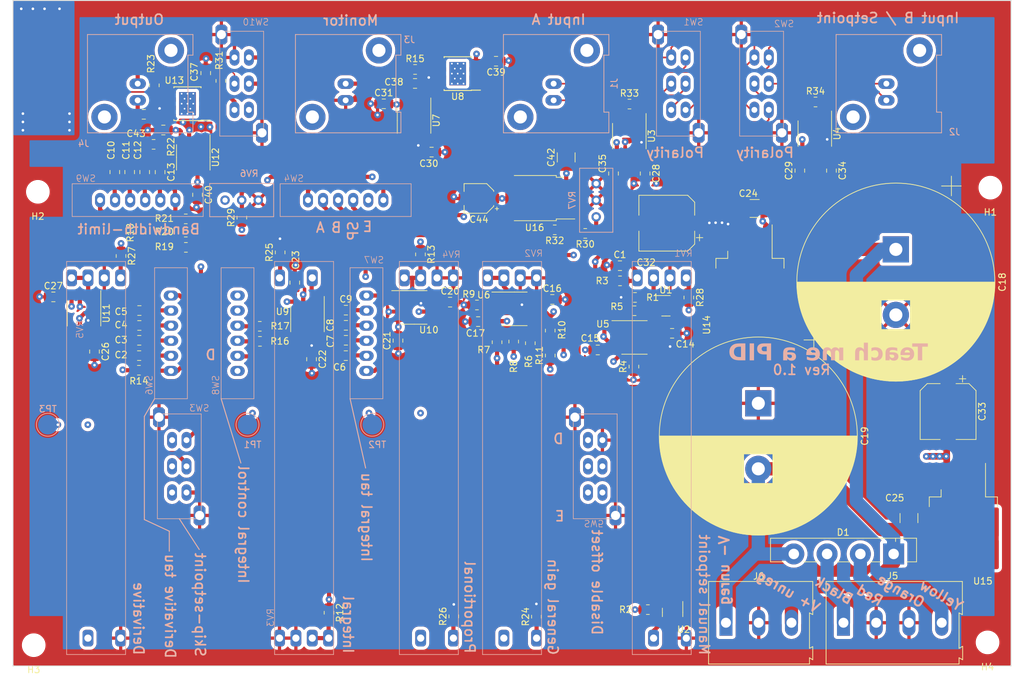
<source format=kicad_pcb>
(kicad_pcb (version 20221018) (generator pcbnew)
  (layers (0 "F.Cu" signal) (1 "In1.Cu" signal) (2 "In2.Cu" signal) (31 "B.Cu" signal) (34 "B.Paste" user) (35 "F.Paste" user) (36 "B.SilkS" user "B.Silkscreen") (37 "F.SilkS" user "F.Silkscreen") (38 "B.Mask" user) (39 "F.Mask" user) (44 "Edge.Cuts" user))
  (net 0 "")
  (net 1 "Net-(U1-K)")
  (net 2 "GND")
  (net 3 "Net-(U2-A)")
  (net 5 "Net-(SW3A-B)")
  (net 6 "Net-(C1-Pad2)")
  (net 10 "Net-(U6--)")
  (net 11 "Net-(U6-+)")
  (net 13 "Net-(J3-In)")
  (net 19 "Net-(U10--)")
  (net 22 "Net-(J1-In)")
  (net 23 "Net-(J1-Ext)")
  (net 24 "Net-(J2-In)")
  (net 25 "Net-(J2-Ext)")
  (net 26 "Net-(J4-In)")
  (net 27 "Input_A")
  (net 28 "Input_B")
  (net 29 "Internal_setpoint")
  (net 30 "Error_signal")
  (net 31 "Net-(SW6-Common)")
  (net 32 "Net-(SW7-Common)")
  (net 33 "Net-(SW1B-B)")
  (net 34 "Net-(SW1A-B)")
  (net 35 "Net-(SW2B-B)")
  (net 36 "Net-(SW2A-B)")
  (net 37 "Net-(C6-Pad1)")
  (net 38 "Net-(U13-OUT)")
  (net 39 "Net-(U13-IN)")
  (net 40 "Net-(C13-Pad2)")
  (net 42 "Net-(U11--)")
  (net 49 "Net-(C2-Pad2)")
  (net 50 "Net-(C3-Pad2)")
  (net 51 "Net-(C4-Pad2)")
  (net 52 "+12V")
  (net 53 "Net-(C5-Pad2)")
  (net 54 "Net-(C6-Pad2)")
  (net 55 "Net-(C7-Pad2)")
  (net 56 "Net-(C8-Pad2)")
  (net 57 "Net-(C9-Pad2)")
  (net 58 "Net-(C10-Pad2)")
  (net 59 "Net-(C11-Pad2)")
  (net 60 "Net-(C12-Pad2)")
  (net 61 "Net-(SW4-Common)")
  (net 62 "Net-(SW9-Common)")
  (net 64 "Net-(U7--)")
  (net 66 "Net-(U8-IN)")
  (net 69 "-12V")
  (net 70 "V+_unreg")
  (net 71 "Net-(SW5A-B)")
  (net 72 "Net-(U5--)")
  (net 74 "V-_unreg")
  (net 75 "/Supply_and_filtering/yellow")
  (net 76 "/Supply_and_filtering/black")
  (net 77 "Vlim-")
  (net 78 "Positive_offset")
  (net 79 "Net-(R18-Pad1)")
  (net 81 "Net-(SW10A-C)")
  (net 82 "Vlim+")
  (net 83 "Net-(R20-Pad1)")
  (net 84 "Net-(R26-Pad1)")
  (net 85 "Net-(U16-ADJ)")
  (net 87 "Net-(R34-Pad2)")
  (net 88 "Net-(R34-Pad1)")
  (net 89 "Net-(R33-Pad2)")
  (net 90 "Net-(R33-Pad1)")
  (net 91 "Net-(R30-Pad1)")
  (net 92 "Net-(R28-Pad2)")
  (net 93 "Net-(R27-Pad2)")
  (net 94 "Net-(R25-Pad1)")
  (net 95 "Net-(R24-Pad1)")
  (net 96 "Net-(R17-Pad1)")
  (net 97 "Net-(R16-Pad1)")
  (net 98 "Net-(R12-Pad2)")
  (net 99 "Net-(R11-Pad1)")
  (net 100 "Net-(R10-Pad1)")
  (footprint "Capacitor_SMD:C_0805_2012Metric" (layer "F.Cu") (at 147.189785 80.164186 -90)
    (fp_text reference "C22")
    (fp_text value "100nF")
  )
  (footprint "Capacitor_SMD:C_0805_2012Metric" (layer "F.Cu") (at 198.12 51.816 -90)
    (fp_text reference "C28")
    (fp_text value "100nF")
  )
  (footprint "Capacitor_SMD:C_0805_2012Metric" (layer "F.Cu") (at 221.742 51.374 90)
    (fp_text reference "C29")
    (fp_text value "100nF")
  )
  (footprint "Capacitor_SMD:C_0805_2012Metric" (layer "F.Cu") (at 121.579912 42.780399 180)
    (fp_text reference "C36" hide)
    (fp_text value "100nF")
  )
  (footprint "Capacitor_SMD:C_0805_2012Metric" (layer "F.Cu") (at 194.274556 65.888588)
    (fp_text reference "C1")
    (fp_text value "100nF")
  )
  (footprint "Capacitor_SMD:C_0805_2012Metric" (layer "F.Cu") (at 165.52133 48.543772)
    (fp_text reference "C30")
    (fp_text value "100nF")
  )
  (footprint "Package_SO:SOIC-8_3.9x4.9mm_P1.27mm" (layer "F.Cu") (at 162.838107 43.730715 -90)
    (fp_text reference "U7")
    (fp_text value "OPA189")
  )
  (footprint "Resistor_SMD:R_0805_2012Metric" (layer "F.Cu") (at 127.992374 60.765575 180)
    (fp_text reference "R20")
    (fp_text value "10k")
  )
  (footprint "Capacitor_SMD:C_0805_2012Metric" (layer "F.Cu") (at 120.90049 75.016237)
    (fp_text reference "C4")
    (fp_text value "1n")
  )
  (footprint "Capacitor_SMD:C_0805_2012Metric" (layer "F.Cu") (at 158.22133 41.177772)
    (fp_text reference "C31")
    (fp_text value "100nF")
  )
  (footprint "Package_SO:SOIC-8_3.9x4.9mm_P1.27mm" (layer "F.Cu") (at 129.135539 49.348999 -90)
    (fp_text reference "U12")
    (fp_text value "OPA189")
  )
  (footprint "Resistor_SMD:R_0805_2012Metric" (layer "F.Cu") (at 204.791002 70.748588 90)
    (fp_text reference "R28")
    (fp_text value "1k")
  )
  (footprint "Capacitor_SMD:C_1210_3225Metric" (layer "F.Cu") (at 238.4 104.425 -90)
    (fp_text reference "C25")
    (fp_text value "10uF")
  )
  (footprint "MountingHole:MountingHole_3.2mm_M3_ISO14580" (layer "F.Cu") (at 250.825 53.975 180)
    (fp_text reference "H1")
    (fp_text value "MountingHole")
  )
  (footprint "Resistor_SMD:R_0805_2012Metric" (layer "F.Cu") (at 136.551318 58.550748 90)
    (fp_text reference "R29")
    (fp_text value "DNP")
  )
  (footprint "Capacitor_SMD:C_0805_2012Metric" (layer "F.Cu") (at 152.432846 72.67538)
    (fp_text reference "C9")
    (fp_text value "10uF")
  )
  (footprint "Capacitor_SMD:CP_Elec_8x6.9" (layer "F.Cu") (at 244.374513 88.157 -90)
    (fp_text reference "C33")
    (fp_text value "220uF")
  )
  (footprint "Resistor_SMD:R_0805_2012Metric" (layer "F.Cu") (at 196.410057 81.293772 90)
    (fp_text reference "R4")
    (fp_text value "10k")
  )
  (footprint "Package_TO_SOT_SMD:SOT-23" (layer "F.Cu") (at 201.295 72.009)
    (fp_text reference "U1")
    (fp_text value "LM4040DBZ-5")
  )
  (footprint "Capacitor_SMD:C_0805_2012Metric" (layer "F.Cu") (at 121.715637 51.594852 -90)
    (fp_text reference "C12")
    (fp_text value "100p")
  )
  (footprint "Resistor_SMD:R_0805_2012Metric" (layer "F.Cu") (at 224.1315 40.894)
    (fp_text reference "R34")
    (fp_text value "DNP")
  )
  (footprint "Resistor_SMD:R_0805_2012Metric" (layer "F.Cu") (at 163.82039 64.163347 -90)
    (fp_text reference "R13")
    (fp_text value "10k")
  )
  (footprint "Resistor_SMD:R_0805_2012Metric" (layer "F.Cu") (at 196.5725 70.739 180)
    (fp_text reference "R1")
    (fp_text value "10k")
  )
  (footprint "MountingHole:MountingHole_3.2mm_M3_ISO14580" (layer "F.Cu") (at 105.41 54.61 180)
    (fp_text reference "H2")
    (fp_text value "MountingHole")
  )
  (footprint "Capacitor_SMD:C_0805_2012Metric" (layer "F.Cu") (at 190.891612 78.752855)
    (fp_text reference "C15")
    (fp_text value "100nF")
  )
  (footprint "Capacitor_SMD:C_0805_2012Metric" (layer "F.Cu") (at 129.785632 55.066256 -90)
    (fp_text reference "C40")
    (fp_text value "100nF")
  )
  (footprint "Capacitor_SMD:CP_Elec_4x5.8" (layer "F.Cu") (at 172.742 55.626 180)
    (fp_text reference "C44")
    (fp_text value "22uF")
  )
  (footprint "Resistor_SMD:R_0805_2012Metric" (layer "F.Cu") (at 123.19 38.354 90)
    (fp_text reference "R23")
    (fp_text value "50")
  )
  (footprint "Resistor_SMD:R_0805_2012Metric" (layer "F.Cu") (at 198.5385 118.394)
    (fp_text reference "R2")
    (fp_text value "10k")
  )
  (footprint "Resistor_SMD:R_0805_2012Metric" (layer "F.Cu") (at 172.444488 71.886973)
    (fp_text reference "R9")
    (fp_text value "10k")
  )
  (footprint "lib:TI_SO-PowerPAD-8_ThermalVias" (layer "F.Cu") (at 128.246539 41.158999 180)
    (fp_text reference "U13")
    (fp_text value "BUF634A")
  )
  (footprint "Capacitor_THT:CP_Radial_D30.0mm_P10.00mm_SnapIn" (layer "F.Cu") (at 215.4 86.9 -90)
    (fp_text reference "C19")
    (fp_text value "22mF")
  )
  (footprint "Resistor_SMD:R_0805_2012Metric" (layer "F.Cu") (at 162.99755 35.931061 180)
    (fp_text reference "R15")
    (fp_text value "50")
  )
  (footprint "Package_SO:SOIC-8_3.9x4.9mm_P1.27mm" (layer "F.Cu") (at 162.879 72.263)
    (fp_text reference "U10")
    (fp_text value "OPA189")
  )
  (footprint "Resistor_SMD:R_0805_2012Metric" (layer "F.Cu") (at 183.628521 75.7955 90)
    (fp_text reference "R10")
    (fp_text value "10k")
  )
  (footprint "Package_TO_SOT_SMD:TO-263-3_TabPin2" (layer "F.Cu") (at 246.701513 106.01 -90)
    (fp_text reference "U15")
    (fp_text value "LM2990SX-12")
  )
  (footprint "Package_SO:SOIC-8_3.9x4.9mm_P1.27mm" (layer "F.Cu") (at 196.490347 76.84471)
    (fp_text reference "U5")
    (fp_text value "OPA189")
  )
  (footprint "Capacitor_SMD:C_0805_2012Metric" (layer "F.Cu") (at 120.870822 79.616208)
    (fp_text reference "C2")
    (fp_text value "DNP")
  )
  (footprint "Capacitor_SMD:C_0805_2012Metric" (layer "F.Cu") (at 152.43689 74.994304)
    (fp_text reference "C8")
    (fp_text value "1uF")
  )
  (footprint "Capacitor_SMD:C_0805_2012Metric" (layer "F.Cu") (at 120.887282 77.281078)
    (fp_text reference "C3")
    (fp_text value "100p")
  )
  (footprint "Capacitor_SMD:C_0805_2012Metric" (layer "F.Cu") (at 152.422514 79.619652)
    (fp_text reference "C6")
    (fp_text value "10nF")
  )
  (footprint "Capacitor_SMD:C_0805_2012Metric" (layer "F.Cu") (at 117.156038 51.594852 -90)
    (fp_text reference "C10")
    (fp_text value "DNP")
  )
  (footprint "Resistor_SMD:R_0805_2012Metric" (layer "F.Cu") (at 121.158 60.8565 90)
    (fp_text reference "R18")
    (fp_text value "10k")
  )
  (footprint "Resistor_SMD:R_0805_2012Metric" (layer "F.Cu") (at 184.31852 60.415319 180)
    (fp_text reference "R32")
    (fp_text value "330")
  )
  (footprint "Capacitor_SMD:C_0805_2012Metric" (layer "F.Cu") (at 226.568 51.374 -90)
    (fp_text reference "C34")
    (fp_text value "100nF")
  )
  (footprint "Capacitor_SMD:C_0805_2012Metric" (layer "F.Cu") (at 119.423514 51.594852 -90)
    (fp_text reference "C11")
    (fp_text value "10p")
  )
  (footprint "Capacitor_SMD:C_0805_2012Metric" (layer "F.Cu") (at 124.561875 45.174552 180)
    (fp_text reference "C43")
    (fp_text value "100nF")
  )
  (footprint "Capacitor_SMD:C_0805_2012Metric" (layer "F.Cu") (at 144.633302 68.478119 -90)
    (fp_text reference "C23")
    (fp_text value "100nF")
  )
  (footprint "Resistor_SMD:R_0805_2012Metric" (layer "F.Cu") (at 120.834074 81.848528 180)
    (fp_text reference "R14")
    (fp_text value "4.7k")
  )
  (footprint "Capacitor_SMD:C_0805_2012Metric" (layer "F.Cu") (at 202.238358 76.214741)
    (fp_text reference "C14")
    (fp_text value "100nF")
  )
  (footprint "Resistor_SMD:R_0805_2012Metric" (layer "F.Cu") (at 195.7305 41.214)
    (fp_text reference "R33")
    (fp_text value "DNP")
  )
  (footprint "Resistor_SMD:R_0805_2012Metric" (layer "F.Cu") (at 118.104184 64.407867 -90)
    (fp_text reference "R27")
    (fp_text value "1k")
  )
  (footprint "Resistor_SMD:R_0805_2012Metric" (layer "F.Cu") (at 181.526556 119.47559 90)
    (fp_text reference "R24")
    (fp_text value "1k")
  )
  (footprint "Capacitor_SMD:C_0805_2012Metric" (layer "F.Cu") (at 124.068857 51.605314 -90)
    (fp_text reference "C13")
    (fp_text value "1n")
  )
  (footprint "Capacitor_SMD:C_0805_2012Metric" (layer "F.Cu") (at 172.625343 74.422)
    (fp_text reference "C17")
    (fp_text value "100nF")
  )
  (footprint "Capacitor_SMD:C_0805_2012Metric" (layer "F.Cu") (at 162.989872 38.064769 180)
    (fp_text reference "C38")
    (fp_text value "100nF")
  )
  (footprint "Capacitor_SMD:C_0805_2012Metric" (layer "F.Cu") (at 193.294 51.816 90)
    (fp_text reference "C35")
    (fp_text value "100nF")
  )
  (footprint "Resistor_SMD:R_0805_2012Metric" (layer "F.Cu") (at 139.316151 77.441179)
    (fp_text reference "R16")
    (fp_text value "1M")
  )
  (footprint "Package_SO:SOIC-8_3.9x4.9mm_P1.27mm" (layer "F.Cu") (at 112.452857 73.149542 -90)
    (fp_text reference "U11")
    (fp_text value "OPA189")
  )
  (footprint "Capacitor_SMD:C_0805_2012Metric" (layer "F.Cu") (at 107.771027 70.654882)
    (fp_text reference "C27")
    (fp_text value "100nF")
  )
  (footprint "Capacitor_SMD:C_0805_2012Metric" (layer "F.Cu") (at 120.907344 72.734573)
    (fp_text reference "C5")
    (fp_text value "10n")
  )
  (footprint "Diode_THT:Diode_Bridge_Vishay_GBU" (layer "F.Cu") (at 236.06 109.9 180)
    (fp_text reference "D1")
    (fp_text value "GBU4A")
  )
  (footprint "MountingHole:MountingHole_3.2mm_M3_ISO14580" (layer "F.Cu") (at 250.4 123.4 180)
    (fp_text reference "H4")
    (fp_text value "MountingHole")
  )
  (footprint "Resistor_SMD:R_0805_2012Metric" (layer "F.Cu") (at 188.976 60.96 180)
    (fp_text reference "R30")
    (fp_text value "1k")
  )
  (footprint "Resistor_SMD:R_0805_2012Metric" (layer "F.Cu") (at 139.28948 75.144498)
    (fp_text reference "R17")
    (fp_text value "10M")
  )
  (footprint "TerminalBlock:TerminalBlock_Altech_AK300-3_P5.00mm" (layer "F.Cu") (at 210.46 120.4)
    (fp_text reference "J6")
    (fp_text value "Screw_Terminal_01x03")
  )
  (footprint "Capacitor_SMD:C_0805_2012Metric" (layer "F.Cu") (at 131.037208 36.484266 -90)
    (fp_text reference "C37")
    (fp_text value "100nF")
  )
  (footprint "Package_SO:SOIC-8_3.9x4.9mm_P1.27mm" (layer "F.Cu") (at 146.569003 74.028337 -90)
    (fp_text reference "U9")
    (fp_text value "OPA189")
  )
  (footprint "MountingHole:MountingHole_3.2mm_M3_ISO14580" (layer "F.Cu") (at 104.775 123.825 180)
    (fp_text reference "H3")
    (fp_text value "MountingHole")
  )
  (footprint "Capacitor_SMD:C_0805_2012Metric" (layer "F.Cu") (at 160.388639 77.327554 90)
    (fp_text reference "C21")
    (fp_text value "100nF")
  )
  (footprint "Resistor_SMD:R_0805_2012Metric" (layer "F.Cu") (at 183.628521 79.6055 90)
    (fp_text reference "R11")
    (fp_text value "10k")
  )
  (footprint "Package_SO:SOIC-8_3.9x4.9mm_P1.27mm" (layer "F.Cu") (at 224.028 45.72 -90)
    (fp_text reference "U4")
    (fp_text value "INA849")
  )
  (footprint "Resistor_SMD:R_0805_2012Metric" (layer "F.Cu") (at 128.00855 63.09334 180)
    (fp_text reference "R19")
    (fp_text value "10k")
  )
  (footprint "Package_TO_SOT_SMD:SOT-23" (layer "F.Cu") (at 202.311 118.8235 -90)
    (fp_text reference "U2")
    (fp_text value "LM4040DBZ-5")
  )
  (footprint "Resistor_SMD:R_0805_2012Metric" (layer "F.Cu") (at 142.394771 63.8575 90)
    (fp_text reference "R25")
    (fp_text value "1k")
  )
  (footprint "Capacitor_SMD:C_0805_2012Metric" (layer "F.Cu") (at 152.43689 77.278515)
    (fp_text reference "C7")
    (fp_text value "100nF")
  )
  (footprint "Capacitor_SMD:C_0805_2012Metric" (layer "F.Cu") (at 175.356175 34.668646 180)
    (fp_text reference "C39")
    (fp_text value "100nF")
  )
  (footprint "Resistor_SMD:R_0805_2012Metric" (layer "F.Cu") (at 194.286284 68.208047 180)
    (fp_text reference "R3")
    (fp_text value "10k")
  )
  (footprint "Capacitor_SMD:C_0805_2012Metric" (layer "F.Cu") (at 183.948521 71.044749)
    (fp_text reference "C16")
    (fp_text value "100nF")
  )
  (footprint "Capacitor_SMD:C_1210_3225Metric" (layer "F.Cu") (at 214.835 57.15 180)
    (fp_text reference "C24")
    (fp_text value "10uF")
  )
  (footprint "Resistor_SMD:R_0805_2012Metric" (layer "F.Cu") (at 123.076947 47.365468 180)
    (fp_text reference "R22")
    (fp_text value "10k")
  )
  (footprint "Capacitor_SMD:C_0805_2012Metric" (layer "F.Cu") (at 114.054319 79.000749 -90)
    (fp_text reference "C26")
    (fp_text value "100nF")
  )
  (footprint "Package_TO_SOT_SMD:TO-252-2" (layer "F.Cu") (at 181.245914 55.572853 180)
    (fp_text reference "U16")
    (fp_text value "LM317_TO-252")
  )
  (footprint "Resistor_SMD:R_0805_2012Metric" (layer "F.Cu") (at 180.594 77.724 90)
    (fp_text reference "R6")
    (fp_text value "10k")
  )
  (footprint "Capacitor_SMD:CP_Elec_8x6.9" (layer "F.Cu") (at 201.425 59.4 180)
    (fp_text reference "C32")
    (fp_text value "220uF")
  )
  (footprint "Resistor_SMD:R_0805_2012Metric" (layer "F.Cu") (at 196.501347 72.767739)
    (fp_text reference "R5")
    (fp_text value "10k")
  )
  (footprint "Capacitor_SMD:C_1210_3225Metric" (layer "F.Cu") (at 186.068098 49.355458 90)
    (fp_text reference "C42")
    (fp_text value "10uF")
  )
  (footprint "Capacitor_THT:CP_Radial_D30.0mm_P10.00mm_SnapIn" (layer "F.Cu") (at 236.4 63.4 -90)
    (fp_text reference "C18")
    (fp_text value "22mF")
  )
  (footprint "Package_SO:SOIC-8_3.9x4.9mm_P1.27mm" (layer "F.Cu") (at 178.160406 72.481901)
    (fp_text reference "U6")
    (fp_text value "OPA189")
  )
  (footprint "Resistor_SMD:R_0805_2012Metric" (layer "F.Cu") (at 168.91 119.42372 90)
    (fp_text reference "R26")
    (fp_text value "1k")
  )
  (footprint "Resistor_SMD:R_0805_2012Metric" (layer "F.Cu") (at 175.514 77.5735 90)
    (fp_text reference "R7")
    (fp_text value "10k")
  )
  (footprint "Package_TO_SOT_SMD:TO-263-3_TabPin2" (layer "F.Cu") (at 214.122 69.596 -90)
    (fp_text reference "U14")
    (fp_text value "LM2940CS-12/NOPB")
  )
  (footprint "Package_SO:SOIC-8_3.9x4.9mm_P1.27mm" (layer "F.Cu") (at 195.707 46.105 -90)
    (fp_text reference "U3")
    (fp_text value "INA849")
  )
  (footprint "Resistor_SMD:R_0805_2012Metric" (layer "F.Cu") (at 149.86 118.872 -90)
    (fp_text reference "R12")
    (fp_text value "10k")
  )
  (footprint "Resistor_SMD:R_0805_2012Metric" (layer "F.Cu") (at 127.991476 58.745812)
    (fp_text reference "R21")
    (fp_text value "10k")
  )
  (footprint "Capacitor_SMD:C_0805_2012Metric" (layer "F.Cu") (at 168.344283 71.452427)
    (fp_text reference "C20")
    (fp_text value "100nF")
  )
  (footprint "lib:TI_SO-PowerPAD-8_ThermalVias" (layer "F.Cu") (at 169.506512 36.564772 180)
    (fp_text reference "U8")
    (fp_text value "BUF634A")
  )
  (footprint "Resistor_SMD:R_0805_2012Metric" (layer "F.Cu") (at 178.054 77.47 90)
    (fp_text reference "R8")
    (fp_text value "10k")
  )
  (footprint "TerminalBlock:TerminalBlock_Altech_AK300-4_P5.00mm" (layer "F.Cu") (at 228.4 120.4)
    (fp_text reference "J5")
    (fp_text value "Screw_Terminal_01x04")
  )
  (footprint "Resistor_SMD:R_0805_2012Metric" (layer "F.Cu") (at 133.343552 37.676212 90)
    (fp_text reference "R31")
    (fp_text value "1k")
  )
  (footprint "lib:SLB1470" (layer "B.Cu") (at 135.89 76.2)
    (fp_text reference "SW8")
    (fp_text value "SW_SP4T")
  )
  (footprint "lib:SLB1470" (layer "B.Cu") (at 120.65 55.88 -90)
    (fp_text reference "SW9")
    (fp_text value "SW_SP4T")
  )
  (footprint "lib:BNC_Amphenol_031-5539_Vertical" (layer "B.Cu") (at 120.65 38.1 -90)
    (fp_text reference "J4")
    (fp_text value "Output")
  )
  (footprint "lib:Slide_pot_45mm" (layer "B.Cu") (at 146.05 95.25)
    (fp_text reference "RV3")
    (fp_text value "100k")
  )
  (footprint "lib:Slide_pot_45mm" (layer "B.Cu") (at 165.1 95.25 180)
    (fp_text reference "RV4")
    (fp_text value "100k")
  )
  (footprint "lib:MHS222" (layer "B.Cu") (at 190.5 96.52 90)
    (fp_text reference "SW5")
    (fp_text value "SW_DPDT_x2")
  )
  (footprint "lib:MHS222" (layer "B.Cu") (at 203.2 38.1 -90)
    (fp_text reference "SW1")
    (fp_text value "SW_DPDT_x2")
  )
  (footprint "lib:Slide_pot_45mm" (layer "B.Cu") (at 114.3 95.25 180)
    (fp_text reference "RV5")
    (fp_text value "100k")
  )
  (footprint "lib:Slide_pot_45mm" (layer "B.Cu") (at 200.66 95.25 180)
    (fp_text reference "RV1")
    (fp_text value "100k")
  )
  (footprint "Potentiometer_THT:Potentiometer_Bourns_3296W_Vertical" (layer "B.Cu") (at 139.065 55.88)
    (fp_text reference "RV6")
    (fp_text value "10K")
  )
  (footprint "lib:MHS222" (layer "B.Cu") (at 127 96.52 90)
    (fp_text reference "SW3")
    (fp_text value "SW_DPDT_x2")
  )
  (footprint "Potentiometer_THT:Potentiometer_Bourns_3296W_Vertical" (layer "B.Cu") (at 190.647006 58.437475 -90)
    (fp_text reference "RV7")
    (fp_text value "2k")
  )
  (footprint "TestPoint:TestPoint_Pad_D3.0mm" (layer "B.Cu") (at 137.414 90.17 180)
    (fp_text reference "TP1")
    (fp_text value "TestPoint")
  )
  (footprint "TestPoint:TestPoint_Pad_D3.0mm" (layer "B.Cu") (at 106.934 90.17 180)
    (fp_text reference "TP3")
    (fp_text value "TestPoint")
  )
  (footprint "lib:MHS222" (layer "B.Cu") (at 136.525 38.1 90)
    (fp_text reference "SW10")
    (fp_text value "SW_DPDT_x2")
  )
  (footprint "TestPoint:TestPoint_Pad_D3.0mm" (layer "B.Cu") (at 156.464 90.17 180)
    (fp_text reference "TP2")
    (fp_text value "TestPoint")
  )
  (footprint "lib:MHS222" (layer "B.Cu") (at 215.9 38.1 90)
    (fp_text reference "SW2")
    (fp_text value "SW_DPDT_x2")
  )
  (footprint "lib:SLB1470" (layer "B.Cu") (at 152.4 55.88 -90)
    (fp_text reference "SW4")
    (fp_text value "SW_SP4T")
  )
  (footprint "lib:BNC_Amphenol_031-5539_Vertical" (layer "B.Cu") (at 234.95 38.1 -90)
    (fp_text reference "J2")
    (fp_text value "Input B / Setpoint")
  )
  (footprint "lib:SLB1470" (layer "B.Cu") (at 155.575 76.2)
    (fp_text reference "SW7")
    (fp_text value "SW_SP4T")
  )
  (footprint "lib:BNC_Amphenol_031-5539_Vertical" (layer "B.Cu") (at 184.15 38.1 -90)
    (fp_text reference "J1")
    (fp_text value "Input A")
  )
  (footprint "lib:SLB1470" (layer "B.Cu") (at 125.73 76.2)
    (fp_text reference "SW6")
    (fp_text value "SW_SP4T")
  )
  (footprint "lib:Slide_pot_45mm" (layer "B.Cu") (at 177.8 95.25 180)
    (fp_text reference "RV2")
    (fp_text value "100k")
  )
  (footprint "lib:BNC_Amphenol_031-5539_Vertical" (layer "B.Cu") (at 152.4 38.1 -90)
    (fp_text reference "J3")
    (fp_text value "Monitor")
  )
  (gr_line (start 136.398 96.012) (end 133.39 86.2) (stroke (width 0.15)) (layer "B.SilkS"))
  (gr_line (start 125.476 109.474) (end 125.476 106.426) (stroke (width 0.15)) (layer "B.SilkS"))
  (gr_line (start 130.048 109.22) (end 127 104.52) (stroke (width 0.15)) (layer "B.SilkS"))
  (gr_line (start 121.666 88.9) (end 123.23 86.2) (stroke (width 0.15)) (layer "B.SilkS"))
  (gr_line (start 155.448 96.774) (end 153.075 86.2) (stroke (width 0.15)) (layer "B.SilkS"))
  (gr_line (start 125.476 106.426) (end 121.666 104.648) (stroke (width 0.15)) (layer "B.SilkS"))
  (gr_line (start 121.666 104.648) (end 121.666 88.9) (stroke (width 0.15)) (layer "B.SilkS"))
  (gr_line (start 254 25.4) (end 101.6 25.4) (stroke (width 0.1)) (layer "Edge.Cuts"))
  (gr_line (start 101.6 25.4) (end 101.6 127) (stroke (width 0.1)) (layer "Edge.Cuts"))
  (gr_line (start 254 127) (end 101.6 127) (stroke (width 0.1)) (layer "Edge.Cuts"))
  (gr_line (start 254 25.4) (end 254 127) (stroke (width 0.1)) (layer "Edge.Cuts"))
  (gr_text "Red\n" (at 233.934 118.11 330) (layer "B.SilkS") (effects (font (size 1.5 1.5) (thickness 0.3) bold) (justify left bottom mirror)))
  (gr_text "Teach me a PID" (at 241.3 80.772) (layer "B.SilkS") (effects (font (size 2.54 2.54) (thickness 0.254) bold) (justify left bottom mirror)))
  (gr_text "V- unreg" (at 211.074 106.934 90) (layer "B.SilkS") (effects (font (size 1.5 1.5) (thickness 0.3) bold) (justify left bottom mirror)))
  (gr_text "Skip-setpoint" (at 129.286 125.73 270) (layer "B.SilkS") (effects (font (size 1.524 1.524) (thickness 0.254) bold) (justify left bottom mirror)))
  (gr_text "B" (at 151.892 60.96) (layer "B.SilkS") (effects (font (size 1.524 1.524) (thickness 0.254) bold) (justify left bottom mirror)))
  (gr_text "Orange\n" (at 240.284 118.364 330) (layer "B.SilkS") (effects (font (size 1.5 1.5) (thickness 0.3) bold) (justify left bottom mirror)))
  (gr_text "Black" (at 229.362 117.856 330) (layer "B.SilkS") (effects (font (size 1.5 1.5) (thickness 0.3) bold) (justify left bottom mirror)))
  (gr_text "General gain" (at 183.134 125.476 -90) (layer "B.SilkS") (effects (font (size 1.524 1.524) (thickness 0.254) bold) (justify left bottom mirror)))
  (gr_text "Disable offset" (at 189.865 122.428 270) (layer "B.SilkS") (effects (font (size 1.524 1.524) (thickness 0.254) bold) (justify left bottom mirror)))
  (gr_text "Derivative tau" (at 124.714 125.984 270) (layer "B.SilkS") (effects (font (size 1.524 1.524) (thickness 0.254) bold) (justify left bottom mirror)))
  (gr_text "Integral tau" (at 154.686 111.252 270) (layer "B.SilkS") (effects (font (size 1.524 1.524) (thickness 0.254) bold) (justify left bottom mirror)))
  (gr_text "V+ unreg" (at 224.282 119.126 330) (layer "B.SilkS") (effects (font (size 1.5 1.5) (thickness 0.3) bold) (justify left bottom mirror)))
  (gr_text "E" (at 185.928 105.029) (layer "B.SilkS") (effects (font (size 1.524 1.524) (thickness 0.254) bold) (justify left bottom mirror)))
  (gr_text "Polarity" (at 207.264 49.53) (layer "B.SilkS") (effects (font (size 1.524 1.524) (thickness 0.254) bold) (justify left bottom mirror)))
  (gr_text "Integral control" (at 135.89 114.554 270) (layer "B.SilkS") (effects (font (size 1.524 1.524) (thickness 0.254) bold) (justify left bottom mirror)))
  (gr_text "E" (at 156.591 60.833) (layer "B.SilkS") (effects (font (size 1.524 1.524) (thickness 0.254) bold) (justify left bottom mirror)))
  (gr_text "SP" (at 154.432 58.928 90) (layer "B.SilkS") (effects (font (size 1.524 1.524) (thickness 0.254) bold) (justify left bottom mirror)))
  (gr_text "Integral" (at 151.892 125.222 270) (layer "B.SilkS") (effects (font (size 1.524 1.524) (thickness 0.254) bold) (justify left bottom mirror)))
  (gr_text "D" (at 185.801 93.218) (layer "B.SilkS") (effects (font (size 1.524 1.524) (thickness 0.254) bold) (justify left bottom mirror)))
  (gr_text "D" (at 132.715 80.391) (layer "B.SilkS") (effects (font (size 1.524 1.524) (thickness 0.254) bold) (justify left bottom mirror)))
  (gr_text "Manual setpoint" (at 206.248 125.476 270) (layer "B.SilkS") (effects (font (size 1.524 1.524) (thickness 0.254) bold) (justify left bottom mirror)))
  (gr_text "Bandwidth-limit" (at 130.302 61.214) (layer "B.SilkS") (effects (font (size 1.524 1.524) (thickness 0.254) bold) (justify left bottom mirror)))
  (gr_text "Yellow" (at 246.126 118.872 330) (layer "B.SilkS") (effects (font (size 1.5 1.5) (thickness 0.3) bold) (justify left bottom mirror)))
  (gr_text "Proportional" (at 170.434 125.222 270) (layer "B.SilkS") (effects (font (size 1.524 1.524) (thickness 0.254) bold) (justify left bottom mirror)))
  (gr_text "Rev 1.0" (at 226.568 82.677) (layer "B.SilkS") (effects (font (size 1.524 1.524) (thickness 0.254) bold) (justify left bottom mirror)))
  (gr_text "Polarity" (at 220.98 49.53) (layer "B.SilkS") (effects (font (size 1.524 1.524) (thickness 0.254) bold) (justify left bottom mirror)))
  (gr_text "A" (at 149.352 60.96) (layer "B.SilkS") (effects (font (size 1.524 1.524) (thickness 0.254) bold) (justify left bottom mirror)))
  (gr_text "Derivative" (at 119.888 125.476 270) (layer "B.SilkS") (effects (font (size 1.524 1.524) (thickness 0.254) bold) (justify left bottom mirror)))
  (segment (start 199.202 71.059) (end 198.882 70.739) (width 0.635) (layer "F.Cu") (net 1))
  (segment (start 199.41 67.75) (end 199.41 70.211) (width 0.635) (layer "F.Cu") (net 1))
  (segment (start 198.882 70.739) (end 197.485 70.739) (width 0.635) (layer "F.Cu") (net 1))
  (segment (start 199.41 70.211) (end 198.882 70.739) (width 0.635) (layer "F.Cu") (net 1))
  (segment (start 200.3575 71.059) (end 199.202 71.059) (width 0.635) (layer "F.Cu") (net 1))
  (segment (start 145.915802 71.535136) (end 145.934003 71.553337) (width 0.635) (layer "F.Cu") (net 2))
  (segment (start 214.122 61.946) (end 213.501145 61.325145) (width 0.635) (layer "F.Cu") (net 2))
  (segment (start 128.500539 46.873999) (end 128.500539 45.228448) (width 0.635) (layer "F.Cu") (net 2))
  (segment (start 131.037208 34.310494) (end 131.087761 34.259941) (width 0.635) (layer "F.Cu") (net 2))
  (segment (start 169.294283 71.452427) (end 170.014078 71.452427) (width 0.635) (layer "F.Cu") (net 2))
  (segment (start 120.65 42.760311) (end 120.629912 42.780399) (width 0.635) (layer "F.Cu") (net 2))
  (segment (start 144.633302 65.932698) (end 144.78 65.786) (width 0.635) (layer "F.Cu") (net 2))
  (segment (start 158.496 38.1) (end 162.004641 38.1) (width 0.635) (layer "F.Cu") (net 2))
  (segment (start 111.817857 72.132269) (end 111.82809 72.142502) (width 0.635) (layer "F.Cu") (net 2))
  (segment (start 170.014078 71.452427) (end 170.434 71.872349) (width 0.635) (layer "F.Cu") (net 2))
  (segment (start 128.500539 45.228448) (end 128.543805 45.185182) (width 0.635) (layer "F.Cu") (net 2))
  (segment (start 171.531988 71.886973) (end 170.448624 71.886973) (width 1.016) (layer "F.Cu") (net 2))
  (segment (start 131.037208 35.534266) (end 131.037208 34.310494) (width 0.635) (layer "F.Cu") (net 2))
  (segment (start 170.448624 71.886973) (end 170.434 71.872349) (width 0.635) (layer "F.Cu") (net 2))
  (segment (start 144.633302 67.528119) (end 144.633302 65.932698) (width 0.635) (layer "F.Cu") (net 2))
  (segment (start 120.65 40.64) (end 120.65 42.760311) (width 0.635) (layer "F.Cu") (net 2))
  (segment (start 170.434 69.85) (end 169.164 69.85) (width 0.635) (layer "F.Cu") (net 2))
  (segment (start 123.611875 45.174552) (end 122.183709 45.174552) (width 0.635) (layer "F.Cu") (net 2))
  (segment (start 121.158 45.212) (end 120.65 44.704) (width 0.635) (layer "F.Cu") (net 2))
  (segment (start 171.675343 74.422) (end 170.659343 74.422) (width 0.635) (layer "F.Cu") (net 2))
  (segment (start 122.183709 45.174552) (end 122.170492 45.187769) (width 0.635) (layer "F.Cu") (net 2))
  (segment (start 152.4 40.64) (end 153.416 40.64) (width 0.635) (layer "F.Cu") (net 2))
  (segment (start 169.164 69.85) (end 168.85 69.536) (width 0.635) (layer "F.Cu") (net 2))
  (segment (start 162.004641 38.1) (end 162.039872 38.064769) (width 0.635) (layer "F.Cu") (net 2))
  (segment (start 213.501145 61.325145) (end 213.501145 57.291145) (width 0.635) (layer "F.Cu") (net 2))
  (segment (start 157.226 39.37) (end 158.496 38.1) (width 0.635) (layer "F.Cu") (net 2))
  (segment (start 145.915802 70.301064) (end 145.915802 71.535136) (width 0.635) (layer "F.Cu") (net 2))
  (segment (start 122.146261 45.212) (end 121.158 45.212) (width 0.635) (layer "F.Cu") (net 2))
  (segment (start 171.531988 70.947988) (end 170.434 69.85) (width 0.635) (layer "F.Cu") (net 2))
  (segment (start 213.501145 57.291145) (end 213.36 57.15) (width 0.635) (layer "F.Cu") (net 2))
  (segment (start 168.85 69.536) (end 168.85 67.75) (width 0.635) (layer "F.Cu") (net 2))
  (segment (start 120.65 44.704) (end 120.65 42.800487) (width 0.635) (layer "F.Cu") (net 2))
  (segment (start 111.817857 70.674542) (end 111.817857 72.132269) (width 0.635) (layer "F.Cu") (net 2))
  (segment (start 122.170492 45.187769) (end 122.146261 45.212) (width 0.635) (layer "F.Cu") (net 2))
  (segment (start 171.531988 71.886973) (end 171.531988 70.947988) (width 0.635) (layer "F.Cu") (net 2))
  (segment (start 120.65 42.800487) (end 120.629912 42.780399) (width 0.635) (layer "F.Cu") (net 2))
  (segment (start 153.416 40.64) (end 154.686 39.37) (width 0.635) (layer "F.Cu") (net 2))
  (segment (start 154.686 39.37) (end 157.226 39.37) (width 0.635) (layer "F.Cu") (net 2))
  (via (at 195.072 46.99) (size 1.016) (drill 0.4) (layers "F.Cu" "B.Cu") (net 2))
  (via (at 196.400473 53.331925) (size 1.016) (drill 0.4) (layers "F.Cu" "B.Cu") (net 2))
  (via (at 105.664 70.612) (size 1.016) (drill 0.4) (layers "F.Cu" "B.Cu") (net 2))
  (via (at 196.342 83.312) (size 1.016) (drill 0.4) (layers "F.Cu" "B.Cu") (net 2))
  (via (at 110.236 45.212) (size 1.016) (drill 0.4) (layers "F.Cu" "B.Cu") (net 2))
  (via (at 170.434 71.872349) (size 1.016) (drill 0.4) (layers "F.Cu" "B.Cu") (net 2))
  (via (at 156.21 41.148) (size 1.016) (drill 0.4) (layers "F.Cu" "B.Cu") (net 2))
  (via (at 108.712 26.67) (size 1.016) (drill 0.4) (layers "F.Cu" "B.Cu") (net 2))
  (via (at 103.124 42.672) (size 1.016) (drill 0.4) (layers "F.Cu" "B.Cu") (net 2))
  (via (at 110.236 42.672) (size 1.016) (drill 0.4) (layers "F.Cu" "B.Cu") (net 2))
  (via (at 185.914521 71.044749) (size 1.016) (drill 0.4) (layers "F.Cu" "B.Cu") (net 2))
  (via (at 122.170492 45.187769) (size 1.016) (drill 0.4) (layers "F.Cu" "B.Cu") (net 2))
  (via (at 103.124 43.942) (size 1.016) (drill 0.4) (layers "F.Cu" "B.Cu") (net 2))
  (via (at 110.236 43.942) (size 1.016) (drill 0.4) (layers "F.Cu" "B.Cu") (net 2))
  (via (at 177.291756 34.573772) (size 1.016) (drill 0.4) (layers "F.Cu" "B.Cu") (net 2))
  (via (at 128.543805 45.185182) (size 1.016) (drill 0.4) (layers "F.Cu" "B.Cu") (net 2))
  (via (at 129.618976 56.967812) (size 1.016) (drill 0.4) (layers "F.Cu" "B.Cu") (net 2))
  (via (at 199.831535 53.34) (size 1.016) (drill 0.4) (layers "F.Cu" "B.Cu") (net 2))
  (via (at 111.82809 72.142502) (size 1.016) (drill 0.4) (layers "F.Cu" "B.Cu") (net 2))
  (via (at 103.124 45.212) (size 1.016) (drill 0.4) (layers "F.Cu" "B.Cu") (net 2))
  (via (at 145.915802 70.301064) (size 1.016) (drill 0.4) (layers "F.Cu" "B.Cu") (net 2))
  (via (at 131.675863 44.711141) (size 1.016) (drill 0.4) (layers "F.Cu" "B.Cu") (net 2))
  (via (at 170.659343 74.422) (size 1.016) (drill 0.4) (layers "F.Cu" "B.Cu") (net 2))
  (via (at 102.87 26.67) (size 1.016) (drill 0.4) (layers "F.Cu" "B.Cu") (net 2))
  (via (at 160.439828 79.300846) (size 1.016) (drill 0.4) (layers "F.Cu" "B.Cu") (net 2))
  (via (at 147.244577 82.305601) (size 1.016) (drill 0.4) (layers "F.Cu" "B.Cu") (net 2))
  (via (at 106.426 26.67) (size 1.016) (drill 0.4) (layers "F.Cu" "B.Cu") (net 2))
  (via (at 192.278 65.786) (size 1.016) (drill 0.4) (layers "F.Cu" "B.Cu") (net 2))
  (via (at 188.976 78.74) (size 1.016) (drill 0.4) (layers "F.Cu" "B.Cu") (net 2))
  (via (at 104.648 26.67) (size 1.016) (drill 0.4) (layers "F.Cu" "B.Cu") (net 2))
  (via (at 144.78 65.786) (size 1.016) (drill 0.4) (layers "F.Cu" "B.Cu") (net 2))
  (via (at 158.980578 72.910247) (size 1.016) (drill 0.4) (layers "F.Cu" "B.Cu") (net 2))
  (via (at 168.91 55.372) (size 1.016) (drill 0.4) (layers "F.Cu" "B.Cu") (net 2))
  (via (at 157.260179 42.875207) (size 1.016) (drill 0.4) (layers "F.Cu" "B.Cu") (net 2))
  (via (at 130.30453 44.677281) (size 1.016) (drill 0.4) (layers "F.Cu" "B.Cu") (net 2))
  (via (at 204.47 76.2) (size 1.016) (drill 0.4) (layers "F.Cu" "B.Cu") (net 2))
  (via (at 127.563508 43.99633) (size 1.016) (drill 0.4) (layers "F.Cu" "B.Cu") (net 2))
  (via (at 114.055027 81.068882) (size 1.016) (drill 0.4) (layers "F.Cu" "B.Cu") (net 2))
  (via (at 167.55333 48.543772) (size 1.016) (drill 0.4) (layers "F.Cu" "B.Cu") (net 2))
  (via (at 131.087761 34.259941) (size 1.016) (drill 0.4) (layers "F.Cu" "B.Cu") (net 2))
  (segment (start 199.41 121.646) (end 200.533 120.523) (width 0.635) (layer "F.Cu") (net 3))
  (segment (start 200.853 118.394) (end 201.361 117.886) (width 0.635) (layer "F.Cu") (net 3))
  (segment (start 199.41 122.75) (end 199.41 121.646) (width 0.635) (layer "F.Cu") (net 3))
  (segment (start 199.451 118.394) (end 200.853 118.394) (width 0.635) (layer "F.Cu") (net 3))
  (segment (start 200.533 120.523) (end 200.533 118.714) (width 0.635) (layer "F.Cu") (net 3))
  (segment (start 200.533 118.714) (end 200.853 118.394) (width 0.635) (layer "F.Cu") (net 3))
  (segment (start 118.101615 74.863528) (end 118.101615 73.271382) (width 0.635) (layer "F.Cu") (net 5))
  (segment (start 126.492 94.488) (end 128.1 96.096) (width 0.635) (layer "F.Cu") (net 5))
  (segment (start 118.101615 73.271382) (end 118.638424 72.734573) (width 0.635) (layer "F.Cu") (net 5))
  (segment (start 118.778652 79.616208) (end 118.387222 79.224778) (width 0.635) (layer "F.Cu") (net 5))
  (segment (start 116.84 89.154) (end 122.174 94.488) (width 0.635) (layer "F.Cu") (net 5))
  (segment (start 118.101615 77.403528) (end 118.101615 74.863528) (width 0.635) (layer "F.Cu") (net 5))
  (segment (start 117.879222 79.224778) (end 116.84 80.264) (width 0.635) (layer "F.Cu") (net 5))
  (segment (start 118.224065 77.281078) (end 118.101615 77.403528) (width 0.635) (layer "F.Cu") (net 5))
  (segment (start 122.174 94.488) (end 126.492 94.488) (width 0.635) (layer "F.Cu") (net 5))
  (segment (start 118.638424 72.734573) (end 119.957344 72.734573) (width 0.635) (layer "F.Cu") (net 5))
  (segment (start 128.1 96.096) (end 128.1 96.52) (width 0.635) (layer "F.Cu") (net 5))
  (segment (start 116.84 80.264) (end 116.84 89.154) (width 0.635) (layer "F.Cu") (net 5))
  (segment (start 119.95049 75.016237) (end 118.254324 75.016237) (width 0.635) (layer "F.Cu") (net 5))
  (segment (start 118.254324 75.016237) (end 118.101615 74.863528) (width 0.635) (layer "F.Cu") (net 5))
  (segment (start 118.387222 79.224778) (end 118.101615 78.939171) (width 0.635) (layer "F.Cu") (net 5))
  (segment (start 118.101615 78.939171) (end 118.101615 77.403528) (width 0.635) (layer "F.Cu") (net 5))
  (segment (start 119.920822 79.616208) (end 118.778652 79.616208) (width 0.635) (layer "F.Cu") (net 5))
  (segment (start 118.387222 79.224778) (end 117.879222 79.224778) (width 0.635) (layer "F.Cu") (net 5))
  (segment (start 119.937282 77.281078) (end 118.224065 77.281078) (width 0.635) (layer "F.Cu") (net 5))
  (segment (start 195.198784 68.208047) (end 196.237909 68.208047) (width 0.635) (layer "F.Cu") (net 6))
  (segment (start 195.224556 65.888588) (end 195.97918 65.888588) (width 0.635) (layer "F.Cu") (net 6))
  (segment (start 196.237909 68.208047) (end 197.268274 67.177682) (width 0.635) (layer "F.Cu") (net 6))
  (segment (start 195.97918 65.888588) (end 197.268274 67.177682) (width 0.635) (layer "F.Cu") (net 6))
  (segment (start 175.710854 71.872349) (end 177.038 71.872349) (width 0.635) (layer "F.Cu") (net 10))
  (segment (start 173.356988 71.886973) (end 175.645334 71.886973) (width 0.635) (layer "F.Cu") (net 10))
  (segment (start 176.55 67.75) (end 174.05 67.75) (width 0.635) (layer "F.Cu") (net 10))
  (segment (start 175.645334 71.886973) (end 175.685406 71.846901) (width 0.635) (layer "F.Cu") (net 10))
  (segment (start 175.685406 71.846901) (end 175.710854 71.872349) (width 0.635) (layer "F.Cu") (net 10))
  (segment (start 177.8 71.110349) (end 177.8 70.348349) (width 0.635) (layer "F.Cu") (net 10))
  (segment (start 176.55 68.6) (end 176.55 67.75) (width 0.635) (layer "F.Cu") (net 10))
  (segment (start 177.8 70.348349) (end 176.55 69.098349) (width 0.635) (layer "F.Cu") (net 10))
  (segment (start 177.038 71.872349) (end 177.8 71.110349) (width 0.635) (layer "F.Cu") (net 10))
  (segment (start 178.308 75.184) (end 178.562 74.93) (width 0.635) (layer "F.Cu") (net 11))
  (segment (start 175.685406 73.116901) (end 178.008673 73.116901) (width 0.635) (layer "F.Cu") (net 11))
  (segment (start 180.594 75.946) (end 180.086 75.438) (width 0.635) (layer "F.Cu") (net 11))
  (segment (start 178.008673 73.116901) (end 178.548521 73.656749) (width 0.635) (layer "F.Cu") (net 11))
  (segment (start 176.022 75.438) (end 178.054 75.438) (width 0.635) (layer "F.Cu") (net 11))
  (segment (start 178.562 74.93) (end 178.548521 74.916521) (width 0.635) (layer "F.Cu") (net 11))
  (segment (start 180.594 76.8115) (end 180.594 75.946) (width 0.635) (layer "F.Cu") (net 11))
  (segment (start 178.054 75.438) (end 178.308 75.184) (width 0.635) (layer "F.Cu") (net 11))
  (segment (start 178.054 76.5575) (end 178.054 75.438) (width 0.635) (layer "F.Cu") (net 11))
  (segment (start 175.514 76.661) (end 175.514 75.946) (width 0.635) (layer "F.Cu") (net 11))
  (segment (start 178.548521 74.916521) (end 178.548521 73.656749) (width 0.635) (layer "F.Cu") (net 11))
  (segment (start 175.514 75.946) (end 176.022 75.438) (width 0.635) (layer "F.Cu") (net 11))
  (segment (start 178.562 75.438) (end 178.308 75.184) (width 0.635) (layer "F.Cu") (net 11))
  (segment (start 180.086 75.438) (end 178.562 75.438) (width 0.635) (layer "F.Cu") (net 11))
  (segment (start 152.4 38.1) (end 156.464 38.1) (width 0.635) (layer "F.Cu") (net 13))
  (segment (start 158.632939 35.931061) (end 162.08505 35.931061) (width 0.635) (layer "F.Cu") (net 13))
  (segment (start 156.464 38.1) (end 158.632939 35.931061) (width 0.635) (layer "F.Cu") (net 13))
  (segment (start 163.82039 65.075847) (end 163.82039 67.72039) (width 0.635) (layer "F.Cu") (net 19))
  (segment (start 160.404 71.628) (end 161.544 71.628) (width 0.635) (layer "F.Cu") (net 19))
  (segment (start 163.82039 67.72039) (end 163.85 67.75) (width 0.635) (layer "F.Cu") (net 19))
  (segment (start 161.544 71.628) (end 162.56 70.612) (width 0.635) (layer "F.Cu") (net 19))
  (segment (start 162.56 70.612) (end 162.56 67.75) (width 0.635) (layer "F.Cu") (net 19))
  (segment (start 162.56 67.75) (end 163.85 67.75) (width 0.635) (layer "F.Cu") (net 19))
  (segment (start 161.35 67.75) (end 162.56 67.75) (width 0.635) (layer "F.Cu") (net 19))
  (segment (start 206.502 32.766) (end 206.502 40.386) (width 0.25) (layer "F.Cu") (net 22))
  (segment (start 195.262 34.1) (end 202.1 34.1) (width 0.25) (layer "F.Cu") (net 22))
  (segment (start 202.1 34.1) (end 202.1 32.596) (width 0.25) (layer "F.Cu") (net 22))
  (segment (start 204.788 42.1) (end 204.3 42.1) (width 0.25) (layer "F.Cu") (net 22))
  (segment (start 206.502 40.386) (end 204.788 42.1) (width 0.25) (layer "F.Cu") (net 22))
  (segment (start 205.74 32.004) (end 206.502 32.766) (width 0.25) (layer "F.Cu") (net 22))
  (segment (start 191.262 38.1) (end 195.262 34.1) (width 0.25) (layer "F.Cu") (net 22))
  (segment (start 202.1 32.596) (end 202.692 32.004) (width 0.25) (layer "F.Cu") (net 22))
  (segment (start 184.15 38.1) (end 191.262 38.1) (width 0.25) (layer "F.Cu") (net 22))
  (segment (start 202.692 32.004) (end 205.74 32.004) (width 0.25) (layer "F.Cu") (net 22))
  (segment (start 194.818 36.322) (end 203.454 36.322) (width 0.25) (layer "F.Cu") (net 23))
  (segment (start 205.854351 36.62174) (end 205.554611 36.322) (width 0.25) (layer "F.Cu") (net 23))
  (segment (start 205.854351 39.494337) (end 205.854351 36.62174) (width 0.25) (layer "F.Cu") (net 23))
  (segment (start 190.5 40.64) (end 194.818 36.322) (width 0.25) (layer "F.Cu") (net 23))
  (segment (start 203.454 36.322) (end 204.3 35.476) (width 0.25) (layer "F.Cu") (net 23))
  (segment (start 202.1 42.1) (end 202.1 41.851059) (width 0.25) (layer "F.Cu") (net 23))
  (segment (start 205.169271 40.179417) (end 205.854351 39.494337) (width 0.25) (layer "F.Cu") (net 23))
  (segment (start 203.771642 40.179417) (end 205.169271 40.179417) (width 0.25) (layer "F.Cu") (net 23))
  (segment (start 205.554611 36.322) (end 203.454 36.322) (width 0.25) (layer "F.Cu") (net 23))
  (segment (start 202.1 41.851059) (end 203.771642 40.179417) (width 0.25) (layer "F.Cu") (net 23))
  (segment (start 204.3 35.476) (end 204.3 34.1) (width 0.25) (layer "F.Cu") (net 23))
  (segment (start 184.15 40.64) (end 190.5 40.64) (width 0.25) (layer "F.Cu") (net 23))
  (segment (start 225.298 31.496) (end 231.902 38.1) (width 0.25) (layer "F.Cu") (net 24))
  (segment (start 216.662 43.942) (end 214.122 43.942) (width 0.25) (layer "F.Cu") (net 24))
  (segment (start 217 43.604) (end 216.662 43.942) (width 0.25) (layer "F.Cu") (net 24))
  (segment (start 217 42.1) (end 217 43.604) (width 0.25) (layer "F.Cu") (net 24))
  (segment (start 214.8 34.1) (end 214.8 32.342) (width 0.25) (layer "F.Cu") (net 24))
  (segment (start 231.902 38.1) (end 234.95 38.1) (width 0.25) (layer "F.Cu") (net 24))
  (segment (start 215.646 31.496) (end 225.298 31.496) (width 0.25) (layer "F.Cu") (net 24))
  (segment (start 214.8 32.342) (end 215.646 31.496) (width 0.25) (layer "F.Cu") (net 24))
  (segment (start 212.598 42.418) (end 212.598 36.302) (width 0.25) (layer "F.Cu") (net 24))
  (segment (start 212.598 36.302) (end 214.8 34.1) (width 0.25) (layer "F.Cu") (net 24))
  (segment (start 214.122 43.942) (end 212.598 42.418) (width 0.25) (layer "F.Cu") (net 24))
  (segment (start 213.36 36.83) (end 213.36 41.158) (width 0.25) (layer "F.Cu") (net 25))
  (segment (start 214.122 36.068) (end 213.36 36.83) (width 0.25) (layer "F.Cu") (net 25))
  (segment (start 217 35.476) (end 216.408 36.068) (width 0.25) (layer "F.Cu") (net 25))
  (segment (start 217 34.1) (end 217 35.476) (width 0.25) (layer "F.Cu") (net 25))
  (segment (start 216.408 36.068) (end 214.122 36.068) (width 0.25) (layer "F.Cu") (net 25))
  (segment (start 217 32.682) (end 217.424 32.258) (width 0.25) (layer "F.Cu") (net 25))
  (segment (start 217 34.1) (end 217 32.682) (width 0.25) (layer "F.Cu") (net 25))
  (segment (start 217.424 32.258) (end 225.044 32.258) (width 0.25) (layer "F.Cu") (net 25))
  (segment (start 232.156 39.37) (end 233.68 39.37) (width 0.25) (layer "F.Cu") (net 25))
  (segment (start 213.36 41.158) (end 214.302 42.1) (width 0.25) (layer "F.Cu") (net 25))
  (segment (start 225.044 32.258) (end 232.156 39.37) (width 0.25) (layer "F.Cu") (net 25))
  (segment (start 233.68 39.37) (end 234.95 40.64) (width 0.25) (layer "F.Cu") (net 25))
  (segment (start 214.302 42.1) (end 214.8 42.1) (width 0.25) (layer "F.Cu") (net 25))
  (segment (start 122.936 36.068) (end 121.158 36.068) (width 0.635) (layer "F.Cu") (net 26))
  (segment (start 121.158 36.068) (end 120.65 36.576) (width 0.635) (layer "F.Cu") (net 26))
  (segment (start 123.19 37.4415) (end 123.19 36.322) (width 0.635) (layer "F.Cu") (net 26))
  (segment (start 120.65 36.576) (end 120.65 38.1) (width 0.635) (layer "F.Cu") (net 26))
  (segment (start 123.19 36.322) (end 122.936 36.068) (width 0.635) (layer "F.Cu") (net 26))
  (segment (start 192.532 56.896) (end 192.532 61.214) (width 0.635) (layer "F.Cu") (net 27))
  (segment (start 173.482 61.214) (end 177.8 65.532) (width 0.635) (layer "F.Cu") (net 27))
  (segment (start 195.072 54.356) (end 192.532 56.896) (width 0.635) (layer "F.Cu") (net 27))
  (segment (start 185.674 77.978) (end 185.674 79.502) (width 0.635) (layer "F.Cu") (net 27))
  (segment (start 192.532 61.214) (end 188.214 65.532) (width 0.635) (layer "F.Cu") (net 27))
  (segment (start 148.95 56.748) (end 153.416 61.214) (width 0.635) (layer "F.Cu") (net 27))
  (segment (start 188.214 75.438) (end 185.674 77.978) (width 0.635) (layer "F.Cu") (net 27))
  (segment (start 188.214 65.532) (end 188.214 75.438) (width 0.635) (layer "F.Cu") (net 27))
  (segment (start 177.8 65.532) (end 188.214 65.532) (width 0.635) (layer "F.Cu") (net 27))
  (segment (start 148.95 55.88) (end 148.95 56.748) (width 0.635) (layer "F.Cu") (net 27))
  (segment (start 130.302 66.04) (end 130.302 90.318) (width 0.635) (layer "F.Cu") (net 27))
  (segment (start 195.072 51.562) (end 195.072 54.356) (width 0.635) (layer "F.Cu") (net 27))
  (segment (start 196.342 48.58) (end 196.342 50.292) (width 0.635) (layer "F.Cu") (net 27))
  (segment (start 130.302 90.318) (end 128.1 92.52) (width 0.635) (layer "F.Cu") (net 27))
  (segment (start 153.416 61.214) (end 173.482 61.214) (width 0.635) (layer "F.Cu") (net 27))
  (segment (start 196.342 50.292) (end 195.072 51.562) (width 0.635) (layer "F.Cu") (net 27))
  (segment (start 178.054 79.756) (end 178.054 78.3825) (width 0.635) (layer "F.Cu") (net 27))
  (via (at 178.054 79.756) (size 1.016) (drill 0.4) (layers "F.Cu" "B.Cu") (net 27))
  (via (at 185.674 79.502) (size 1.016) (drill 0.4) (layers "F.Cu" "B.Cu") (net 27))
  (via (at 130.302 66.04) (size 1.016) (drill 0.4) (layers "F.Cu" "B.Cu") (net 27))
  (segment (start 224.663 52.451) (end 224.663 48.195) (width 0.635) (layer "F.Cu") (net 28))
  (segment (start 178.816 59.944) (end 183.134 64.262) (width 0.635) (layer "F.Cu") (net 28))
  (segment (start 183.134 64.262) (end 187.198 64.262) (width 0.635) (layer "F.Cu") (net 28))
  (segment (start 181.864 82.804) (end 185.674 82.804) (width 0.635) (layer "F.Cu") (net 28))
  (segment (start 190.5 75.184) (end 190.5 65.024) (width 0.635) (layer "F.Cu") (net 28))
  (segment (start 187.9505 77.7335) (end 190.5 75.184) (width 0.635) (layer "F.Cu") (net 28))
  (segment (start 187.9505 79.164777) (end 187.9505 77.7335) (width 0.635) (layer "F.Cu") (net 28))
  (segment (start 151.25 56.762) (end 154.432 59.944) (width 0.635) (layer "F.Cu") (net 28))
  (segment (start 187.96 79.174277) (end 187.9505 79.164777) (width 0.635) (layer "F.Cu") (net 28))
  (segment (start 190.5 65.024) (end 194.056 61.468) (width 0.635) (layer "F.Cu") (net 28))
  (segment (start 151.25 55.88) (end 151.25 56.762) (width 0.635) (layer "F.Cu") (net 28))
  (segment (start 185.674 82.804) (end 187.96 80.518) (width 0.635) (layer "F.Cu") (net 28))
  (segment (start 197.104 54.61) (end 222.504 54.61) (width 0.635) (layer "F.Cu") (net 28))
  (segment (start 194.056 57.658) (end 197.104 54.61) (width 0.635) (layer "F.Cu") (net 28))
  (segment (start 154.432 59.944) (end 178.816 59.944) (width 0.635) (layer "F.Cu") (net 28))
  (segment (start 187.96 80.518) (end 187.96 79.174277) (width 0.635) (layer "F.Cu") (net 28))
  (segment (start 180.594 78.6365) (end 180.594 81.534) (width 0.635) (layer "F.Cu") (net 28))
  (segment (start 222.504 54.61) (end 224.663 52.451) (width 0.635) (layer "F.Cu") (net 28))
  (segment (start 180.594 81.534) (end 181.864 82.804) (width 0.635) (layer "F.Cu") (net 28))
  (segment (start 194.056 61.468) (end 194.056 57.658) (width 0.635) (layer "F.Cu") (net 28))
  (via (at 187.198 64.262) (size 1.016) (drill 0.4) (layers "F.Cu" "B.Cu") (net 28))
  (via (at 190.5 65.278) (size 1.016) (drill 0.4) (layers "F.Cu" "B.Cu") (net 28))
  (segment (start 170.18 58.166) (end 154.686 58.166) (width 0.635) (layer "F.Cu") (net 29))
  (segment (start 197.358 77.724) (end 197.612 77.47) (width 0.25) (layer "F.Cu") (net 29))
  (segment (start 197.104 74.168) (end 197.104 76.962) (width 0.25) (layer "F.Cu") (net 29))
  (segment (start 178.889 84.401) (end 175.514 81.026) (width 0.635) (layer "F.Cu") (net 29))
  (segment (start 198.628 80.772) (end 198.628 80.518) (width 0.25) (layer "F.Cu") (net 29))
  (segment (start 197.612 77.47) (end 197.62171 77.47971) (width 0.25) (layer "F.Cu") (net 29))
  (segment (start 197.413847 73.858153) (end 197.104 74.168) (width 0.25) (layer "F.Cu") (net 29))
  (segment (start 153.55 57.03) (end 153.55 55.88) (width 0.635) (layer "F.Cu") (net 29))
  (segment (start 198.628 80.518) (end 197.358 79.248) (width 0.25) (layer "F.Cu") (net 29))
  (segment (start 197.62171 77.47971) (end 198.965347 77.47971) (width 0.25) (layer "F.Cu") (net 29))
  (segment (start 170.434 58.42) (end 170.18 58.166) (width 0.635) (layer "F.Cu") (net 29))
  (segment (start 198.628 80.772) (end 198.628 84.328) (width 0.635) (layer "F.Cu") (net 29))
  (segment (start 197.358 79.248) (end 197.358 77.724) (width 0.25) (layer "F.Cu") (net 29))
  (segment (start 175.514 81.026) (end 175.514 78.486) (width 0.635) (layer "F.Cu") (net 29))
  (segment (start 197.413847 72.767739) (end 197.413847 73.858153) (width 0.25) (layer "F.Cu") (net 29))
  (segment (start 154.686 58.166) (end 153.55 57.03) (width 0.635) (layer "F.Cu") (net 29))
  (segment (start 197.104 76.962) (end 197.612 77.47) (width 0.25) (layer "F.Cu") (net 29))
  (segment (start 198.555 84.401) (end 178.889 84.401) (width 0.635) (layer "F.Cu") (net 29))
  (segment (start 198.628 84.328) (end 198.555 84.401) (width 0.635) (layer "F.Cu") (net 29))
  (via (at 175.514 80.01) (size 1.016) (drill 0.4) (layers "F.Cu" "B.Cu") (net 29))
  (via (at 170.434 58.42) (size 1.016) (drill 0.4) (layers "F.Cu" "B.Cu") (net 29))
  (segment (start 184.15 72.898) (end 184.15 73.194078) (width 0.635) (layer "F.Cu") (net 30))
  (segment (start 163.82039 63.250847) (end 163.82039 62.23961) (width 0.635) (layer "F.Cu") (net 30))
  (segment (start 128.1 100.52) (end 143.192 100.52) (width 0.635) (layer "F.Cu") (net 30))
  (segment (start 183.639743 73.704335) (end 183.628521 73.715557) (width 0.635) (layer "F.Cu") (net 30))
  (segment (start 183.628521 73.715557) (end 183.628521 74.883) (width 0.635) (layer "F.Cu") (net 30))
  (segment (start 143.192 100.52) (end 149.86 107.188) (width 0.635) (layer "F.Cu") (net 30))
  (segment (start 184.15 73.194078) (end 183.639743 73.704335) (width 0.635) (layer "F.Cu") (net 30))
  (segment (start 180.635406 73.116901) (end 183.052309 73.116901) (width 0.635) (layer "F.Cu") (net 30))
  (segment (start 149.86 117.9595) (end 149.86 116.84) (width 0.635) (layer "F.Cu") (net 30))
  (segment (start 149.86 107.188) (end 149.86 116.84) (width 0.635) (layer "F.Cu") (net 30))
  (segment (start 183.052309 73.116901) (end 183.639743 73.704335) (width 0.635) (layer "F.Cu") (net 30))
  (via (at 149.86 116.84) (size 1.016) (drill 0.4) (layers "F.Cu" "B.Cu") (net 30))
  (via (at 163.82039 62.23961) (size 1.016) (drill 0.4) (layers "F.Cu" "B.Cu") (net 30))
  (via (at 184.15 72.898) (size 1.016) (drill 0.4) (layers "F.Cu" "B.Cu") (net 30))
  (segment (start 121.816574 81.918528) (end 121.746574 81.848528) (width 0.635) (layer "F.Cu") (net 31))
  (segment (start 128.096574 71.484911) (end 128.096574 80.578528) (width 0.635) (layer "F.Cu") (net 31))
  (segment (start 126.756574 81.918528) (end 125.556574 81.918528) (width 0.635) (layer "F.Cu") (net 31))
  (segment (start 125.556574 70.418528) (end 127.030191 70.418528) (width 0.635) (layer "F.Cu") (net 31))
  (segment (start 127.030191 70.418528) (end 128.096574 71.484911) (width 0.635) (layer "F.Cu") (net 31))
  (segment (start 125.556574 81.918528) (end 121.816574 81.918528) (width 0.635) (layer "F.Cu") (net 31))
  (segment (start 128.096574 80.578528) (end 126.756574 81.918528) (width 0.635) (layer "F.Cu") (net 31))
  (segment (start 155.575 81.95) (end 156.81 81.95) (width 0.635) (layer "F.Cu") (net 32))
  (segment (start 157.734 81.026) (end 157.734 70.866) (width 0.635) (layer "F.Cu") (net 32))
  (segment (start 157.318 70.45) (end 155.575 70.45) (width 0.635) (layer "F.Cu") (net 32))
  (segment (start 157.734 70.866) (end 157.318 70.45) (width 0.635) (layer "F.Cu") (net 32))
  (segment (start 156.81 81.95) (end 157.734 81.026) (width 0.635) (layer "F.Cu") (net 32))
  (segment (start 147.204003 71.553337) (end 147.204003 67.845997) (width 0.635) (layer "F.Cu") (net 32))
  (segment (start 147.204003 67.845997) (end 147.3 67.75) (width 0.635) (layer "F.Cu") (net 32))
  (segment (start 194.31 45.72) (end 197.866 45.72) (width 0.25) (layer "F.Cu") (net 33))
  (segment (start 197.866 45.72) (end 200.406 43.18) (width 0.25) (layer "F.Cu") (net 33))
  (segment (start 193.802 45.212) (end 194.31 45.72) (width 0.25) (layer "F.Cu") (net 33))
  (segment (start 200.406 41.148) (end 201.676 39.878) (width 0.25) (layer "F.Cu") (net 33))
  (segment (start 201.676 39.878) (end 203.2 39.878) (width 0.25) (layer "F.Cu") (net 33))
  (segment (start 204.3 38.778) (end 204.3 38.1) (width 0.25) (layer "F.Cu") (net 33))
  (segment (start 203.2 39.878) (end 204.3 38.778) (width 0.25) (layer "F.Cu") (net 33))
  (segment (start 200.406 43.18) (end 200.406 41.148) (width 0.25) (layer "F.Cu") (net 33))
  (segment (start 193.802 43.63) (end 193.802 45.212) (width 0.25) (layer "F.Cu") (net 33))
  (segment (start 202.1 38.184) (end 202.1 38.1) (width 0.25) (layer "F.Cu") (net 34))
  (segment (start 197.612 43.63) (end 197.612 42.672) (width 0.25) (layer "F.Cu") (net 34))
  (segment (start 197.612 42.672) (end 202.1 38.184) (width 0.25) (layer "F.Cu") (net 34))
  (segment (start 219.964 40.132) (end 215.9 40.132) (width 0.25) (layer "F.Cu") (net 35))
  (segment (start 215.9 40.132) (end 214.8 39.032) (width 0.25) (layer "F.Cu") (net 35))
  (segment (start 222.123 43.245) (end 222.123 42.291) (width 0.25) (layer "F.Cu") (net 35))
  (segment (start 214.8 39.032) (end 214.8 38.1) (width 0.25) (layer "F.Cu") (net 35))
  (segment (start 222.123 42.291) (end 219.964 40.132) (width 0.25) (layer "F.Cu") (net 35))
  (segment (start 226.314 41.656) (end 226.314 39.624) (width 0.25) (layer "F.Cu") (net 36))
  (segment (start 225.933 42.037) (end 226.314 41.656) (width 0.25) (layer "F.Cu") (net 36))
  (segment (start 225.933 43.245) (end 225.933 42.037) (width 0.25) (layer "F.Cu") (net 36))
  (segment (start 226.314 39.624) (end 224.79 38.1) (width 0.25) (layer "F.Cu") (net 36))
  (segment (start 224.79 38.1) (end 217 38.1) (width 0.25) (layer "F.Cu") (net 36))
  (segment (start 150.122364 72.67538) (end 149.866233 72.931511) (width 0.635) (layer "F.Cu") (net 37))
  (segment (start 150.204374 79.619652) (end 149.866233 79.281511) (width 0.635) (layer "F.Cu") (net 37))
  (segment (start 141.635477 77.441179) (end 142.089482 76.987174) (width 0.635) (layer "F.Cu") (net 37))
  (segment (start 142.55798 73.21598) (end 142.55798 74.676) (width 0.635) (layer "F.Cu") (net 37))
  (segment (start 149.866233 77.376511) (end 149.866233 79.281511) (width 0.635) (layer "F.Cu") (net 37))
  (segment (start 145.796 74.676) (end 142.55798 74.676) (width 0.635) (layer "F.Cu") (net 37))
  (segment (start 145.796 74.676) (end 149.866233 74.676) (width 0.635) (layer "F.Cu") (net 37))
  (segment (start 149.866233 72.931511) (end 149.894052 72.903692) (width 0.635) (layer "F.Cu") (net 37))
  (segment (start 139.192 67.056) (end 139.192 69.85) (width 0.635) (layer "F.Cu") (net 37))
  (segment (start 151.48689 77.278515) (end 149.964229 77.278515) (width 0.635) (layer "F.Cu") (net 37))
  (segment (start 142.089482 76.987174) (end 142.089482 75.144498) (width 0.635) (layer "F.Cu") (net 37))
  (segment (start 139.192 69.85) (end 142.55798 73.21598) (width 0.635) (layer "F.Cu") (net 37))
  (segment (start 145.934003 76.503337) (end 145.934003 74.814003) (width 0.635) (layer "F.Cu") (net 37))
  (segment (start 149.866233 74.836511) (end 149.866233 77.376511) (width 0.635) (layer "F.Cu") (net 37))
  (segment (start 141.078581 79.736736) (end 142.089482 78.725835) (width 0.635) (layer "F.Cu") (net 37))
  (segment (start 145.934003 74.814003) (end 145.796 74.676) (width 0.635) (layer "F.Cu") (net 37))
  (segment (start 149.964229 77.278515) (end 149.866233 77.376511) (width 0.635) (layer "F.Cu") (net 37))
  (segment (start 142.089482 78.725835) (end 142.089482 76.987174) (width 0.635) (layer "F.Cu") (net 37))
  (segment (start 149.866233 72.931511) (end 149.866233 74.676) (width 0.635) (layer "F.Cu") (net 37))
  (segment (start 140.228651 77.441179) (end 141.635477 77.441179) (width 0.635) (layer "F.Cu") (net 37))
  (segment (start 135.938926 79.736736) (end 141.078581 79.736736) (width 0.635) (layer "F.Cu") (net 37))
  (segment (start 151.48689 74.994304) (end 150.024026 74.994304) (width 0.635) (layer "F.Cu") (net 37))
  (segment (start 149.866233 74.676) (end 149.866233 74.836511) (width 0.635) (layer "F.Cu") (net 37))
  (segment (start 142.55798 74.676) (end 142.089482 75.144498) (width 0.635) (layer "F.Cu") (net 37))
  (segment (start 150.024026 74.994304) (end 149.866233 74.836511) (width 0.635) (layer "F.Cu") (net 37))
  (segment (start 140.20198 75.144498) (end 142.089482 75.144498) (width 0.635) (layer "F.Cu") (net 37))
  (segment (start 128.92105 63.09334) (end 135.22934 63.09334) (width 0.635) (layer "F.Cu") (net 37))
  (segment (start 151.482846 72.67538) (end 150.122364 72.67538) (width 0.635) (layer "F.Cu") (net 37))
  (segment (start 151.472514 79.619652) (end 150.204374 79.619652) (width 0.635) (layer "F.Cu") (net 37))
  (segment (start 135.22934 63.09334) (end 139.192 67.056) (width 0.635) (layer "F.Cu") (net 37))
  (via (at 138.176 88.392) (size 1.016) (drill 0.4) (layers "F.Cu" "B.Cu") (net 37))
  (segment (start 138.176 89.408) (end 137.414 90.17) (width 0.635) (layer "B.Cu") (net 37))
  (segment (start 138.176 88.392) (end 138.176 89.408) (width 0.635) (layer "B.Cu") (net 37))
  (segment (start 123.090995 39.365505) (end 123.19 39.2665) (width 0.25) (layer "F.Cu") (net 38))
  (segment (start 118.889975 39.365505) (end 123.090995 39.365505) (width 0.25) (layer "F.Cu") (net 38))
  (segment (start 117.156038 49.482647) (end 117.560586 49.078099) (width 0.635) (layer "F.Cu") (net 38))
  (segment (start 124.068857 49.649976) (end 124.068857 50.655314) (width 0.635) (layer "F.Cu") (net 38))
  (segment (start 118.872 45.72) (end 118.872 42.418) (width 0.635) (layer "F.Cu") (net 38))
  (segment (start 119.126 45.974) (end 118.872 45.72) (width 0.635) (layer "F.Cu") (net 38))
  (segment (start 119.423514 50.644852) (end 119.423514 49.244815) (width 0.635) (layer "F.Cu") (net 38))
  (segment (start 117.560586 49.078099) (end 119.256798 49.078099) (width 0.635) (layer "F.Cu") (net 38))
  (segment (start 123.19 40.132) (end 123.19 39.2665) (width 0.635) (layer "F.Cu") (net 38))
  (segment (start 123.581999 40.523999) (end 123.19 40.132) (width 0.635) (layer "F.Cu") (net 38))
  (segment (start 123.49698 49.078099) (end 124.068857 49.649976) (width 0.635) (layer "F.Cu") (net 38))
  (segment (start 121.715637 49.15926) (end 121.796798 49.078099) (width 0.635) (layer "F.Cu") (net 38))
  (segment (start 118.872 42.418) (end 118.872 42.164) (width 0.635) (layer "F.Cu") (net 38))
  (segment (start 120.517468 47.365468) (end 119.126 45.974) (width 0.635) (layer "F.Cu") (net 38))
  (segment (start 119.256798 49.078099) (end 120.228113 49.078099) (width 0.635) (layer "F.Cu") (net 38))
  (segment (start 120.228113 49.078099) (end 121.090392 49.078099) (width 0.635) (layer "F.Cu") (net 38))
  (segment (start 120.228113 49.078099) (end 120.228113 47.654823) (width 0.635) (layer "F.Cu") (net 38))
  (segment (start 120.228113 47.654823) (end 120.517468 47.365468) (width 0.635) (layer "F.Cu") (net 38))
  (segment (start 125.452539 40.523999) (end 123.581999 40.523999) (width 0.635) (layer "F.Cu") (net 38))
  (segment (start 121.090392 49.078099) (end 121.796798 49.078099) (width 0.635) (layer "F.Cu") (net 38))
  (segment (start 118.845036 39.410444) (end 118.889975 39.365505) (width 0.25) (layer "F.Cu") (net 38))
  (segment (start 122.164447 47.365468) (end 120.517468 47.365468) (width 0.635) (layer "F.Cu") (net 38))
  (segment (start 117.156038 50.644852) (end 117.156038 49.482647) (width 0.635) (layer "F.Cu") (net 38))
  (segment (start 118.11 41.402) (end 118.11 40.14548) (width 0.635) (layer "F.Cu") (net 38))
  (segment (start 118.11 40.14548) (end 118.845036 39.410444) (width 0.635) (layer "F.Cu") (net 38))
  (segment (start 118.872 42.164) (end 118.11 41.402) (width 0.635) (layer "F.Cu") (net 38))
  (segment (start 119.423514 49.244815) (end 119.256798 49.078099) (width 0.635) (layer "F.Cu") (net 38))
  (segment (start 121.715637 50.644852) (end 121.715637 49.15926) (width 0.635) (layer "F.Cu") (net 38))
  (segment (start 121.796798 49.078099) (end 123.49698 49.078099) (width 0.635) (layer "F.Cu") (net 38))
  (segment (start 128.500539 50.560745) (end 129.209168 49.852116) (width 0.635) (layer "F.Cu") (net 39))
  (segment (start 132.352818 40.523999) (end 131.040539 40.523999) (width 0.635) (layer "F.Cu") (net 39))
  (segment (start 132.860818 41.031999) (end 132.352818 40.523999) (width 0.635) (layer "F.Cu") (net 39))
  (segment (start 129.209168 49.852116) (end 130.835151 49.852116) (width 0.635) (layer "F.Cu") (net 39))
  (segment (start 128.500539 51.823999) (end 128.500539 50.560745) (width 0.635) (layer "F.Cu") (net 39))
  (segment (start 130.835151 49.852116) (end 132.860818 47.826449) (width 0.635) (layer "F.Cu") (net 39))
  (segment (start 132.860818 47.826449) (end 132.860818 41.031999) (width 0.635) (layer "F.Cu") (net 39))
  (segment (start 124.040798 56.00224) (end 124.040798 52.583373) (width 0.635) (layer "F.Cu") (net 40))
  (segment (start 124.040798 52.583373) (end 124.068857 52.555314) (width 0.635) (layer "F.Cu") (net 40))
  (segment (start 119.921574 81.848528) (end 118.424528 81.848528) (width 0.635) (layer "F.Cu") (net 42))
  (segment (start 113.087857 70.674542) (end 113.087857 67.787857) (width 0.635) (layer "F.Cu") (net 42))
  (segment (start 118.424528 81.848528) (end 118.364 81.788) (width 0.635) (layer "F.Cu") (net 42))
  (segment (start 113.087857 67.787857) (end 113.05 67.75) (width 0.635) (layer "F.Cu") (net 42))
  (segment (start 113.05 67.75) (end 110.55 67.75) (width 0.635) (layer "F.Cu") (net 42))
  (via (at 118.364 81.788) (size 1.016) (drill 0.4) (layers "F.Cu" "B.Cu") (net 42))
  (segment (start 125.556574 79.618528) (end 121.823142 79.618528) (width 0.635) (layer "F.Cu") (net 49))
  (segment (start 121.823142 79.618528) (end 121.820822 79.616208) (width 0.635) (layer "F.Cu") (net 49))
  (segment (start 125.556574 77.318528) (end 121.874732 77.318528) (width 0.635) (layer "F.Cu") (net 50))
  (segment (start 121.874732 77.318528) (end 121.837282 77.281078) (width 0.635) (layer "F.Cu") (net 50))
  (segment (start 125.556574 75.018528) (end 121.852781 75.018528) (width 0.635) (layer "F.Cu") (net 51))
  (segment (start 121.852781 75.018528) (end 121.85049 75.016237) (width 0.635) (layer "F.Cu") (net 51))
  (segment (start 164.824333 38.064769) (end 165.087029 37.802073) (width 0.635) (layer "F.Cu") (net 52))
  (segment (start 163.900943 71.628) (end 163.897139 71.624196) (width 0.635) (layer "F.Cu") (net 52))
  (segment (start 147.208058 78.080772) (end 147.204003 78.084827) (width 0.635) (layer "F.Cu") (net 52))
  (segment (start 163.473107 47.511549) (end 163.473107 46.205715) (width 0.635) (layer "F.Cu") (net 52))
  (segment (start 179.310521 71.846901) (end 180.635406 71.846901) (width 0.635) (layer "F.Cu") (net 52))
  (segment (start 207.925113 59.356345) (end 207.881458 59.4) (width 1.143) (layer "F.Cu") (net 52))
  (segment (start 225.933 48.195) (end 225.933 46.623584) (width 0.635) (layer "F.Cu") (net 52))
  (segment (start 164.50533 48.543772) (end 163.74333 48.543772) (width 0.635) (layer "F.Cu") (net 52))
  (segment (start 208.95114 59.4) (end 208.877716 59.326576) (width 1.143) (layer "F.Cu") (net 52))
  (segment (start 209.786663 59.4) (end 208.95114 59.4) (width 1.143) (layer "F.Cu") (net 52))
  (segment (start 181.526556 117.535372) (end 181.518055 117.526871) (width 0.635) (layer "F.Cu") (net 52))
  (segment (start 197.612 48.58) (end 197.612 47.100334) (width 0.635) (layer "F.Cu") (net 52))
  (segment (start 207.881458 59.4) (end 204.9 59.4) (width 1.143) (layer "F.Cu") (net 52))
  (segment (start 147.204003 78.084827) (end 147.204003 79.199968) (width 0.635) (layer "F.Cu") (net 52))
  (segment (start 211.582 60.407931) (end 210.78292 59.608851) (width 1.143) (layer "F.Cu") (net 52))
  (segment (start 209.860087 59.326576) (end 209.786663 59.4) (width 1.143) (layer "F.Cu") (net 52))
  (segment (start 210.472951 59.4) (end 209.933511 59.4) (width 1.143) (layer "F.Cu") (net 52))
  (segment (start 210.52351 59.349441) (end 210.472951 59.4) (width 1.143) (layer "F.Cu") (net 52))
  (segment (start 168.91 118.51122) (end 168.91 117.602) (width 0.635) (layer "F.Cu") (net 52))
  (segment (start 123.989963 42.388085) (end 123.989963 41.876585) (width 0.635) (layer "F.Cu") (net 52))
  (segment (start 180.635406 71.846901) (end 182.196369 71.846901) (width 0.635) (layer "F.Cu") (net 52))
  (segment (start 225.933 48.195) (end 225.933 49.789) (width 0.635) (layer "F.Cu") (net 52))
  (segment (start 210.78292 59.608851) (end 210.78292 59.534957) (width 1.143) (layer "F.Cu") (net 52))
  (segment (start 165.127944 37.199772) (end 165.087029 37.158857) (width 0.635) (layer "F.Cu") (net 52))
  (segment (start 207.968768 59.4) (end 207.925113 59.356345) (width 1.143) (layer "F.Cu") (net 52))
  (segment (start 163.48933 47.527772) (end 163.473107 47.511549) (width 0.635) (layer "F.Cu") (net 52))
  (segment (start 142.394771 62.945) (end 142.394771 61.799308) (width 0.635) (layer "F.Cu") (net 52))
  (segment (start 113.087857 75.624542) (end 113.087857 74.251813) (width 0.635) (layer "F.Cu") (net 52))
  (segment (start 209.933511 59.4) (end 209.860087 59.326576) (width 1.143) (layer "F.Cu") (net 52))
  (segment (start 113.087857 77.084287) (end 114.054319 78.050749) (width 0.635) (layer "F.Cu") (net 52))
  (segment (start 122.529912 42.780399) (end 123.597649 42.780399) (width 0.635) (layer "F.Cu") (net 52))
  (segment (start 113.087857 75.624542) (end 113.087857 77.084287) (width 0.635) (layer "F.Cu") (net 52))
  (segment (start 166.712512 37.199772) (end 165.127944 37.199772) (width 0.635) (layer "F.Cu") (net 52))
  (segment (start 225.933 49.789) (end 226.568 50.424) (width 0.635) (layer "F.Cu") (net 52))
  (segment (start 113.087857 74.251813) (end 113.090653 74.249017) (width 0.635) (layer "F.Cu") (net 52))
  (segment (start 163.473107 47.543995) (end 163.48933 47.527772) (width 0.635) (layer "F.Cu") (net 52))
  (segment (start 165.087029 37.158857) (end 165.046114 37.199772) (width 0.635) (layer "F.Cu") (net 52))
  (segment (start 165.087029 37.802073) (end 165.087029 37.158857) (width 0.635) (layer "F.Cu") (net 52))
  (segment (start 198.970378 76.214741) (end 198.965347 76.20971) (width 0.635) (layer "F.Cu") (net 52))
  (segment (start 163.74333 48.543772) (end 163.473107 48.273549) (width 0.635) (layer "F.Cu") (net 52))
  (segment (start 147.204003 79.199968) (end 147.189785 79.214186) (width 0.635) (layer "F.Cu") (net 52))
  (segment (start 147.204003 76.503337) (end 147.204003 78.076717) (width 0.635) (layer "F.Cu") (net 52))
  (segment (start 201.288358 77.590358) (end 201.93 78.232) (width 0.635) (layer "F.Cu") (net 52))
  (segment (start 123.597649 42.780399) (end 123.989963 42.388085) (width 0.635) (layer "F.Cu") (net 52))
  (segment (start 194.475588 70.739) (end 194.454403 70.717815) (width 0.635) (layer "F.Cu") (net 52))
  (segment (start 195.66 70.739) (end 194.475588 70.739) (width 0.635) (layer "F.Cu") (net 52))
  (segment (start 125.452539 41.793999) (end 123.967604 41.793999) (width 0.635) (layer "F.Cu") (net 52))
  (segment (start 210.709026 59.534957) (end 210.52351 59.349441) (width 1.143) (layer "F.Cu") (net 52))
  (segment (start 201.288358 76.214741) (end 198.970378 76.214741) (width 0.635) (layer "F.Cu") (net 52))
  (segment (start 197.612 47.100334) (end 197.563036 47.05137) (width 0.635) (layer "F.Cu") (net 52))
  (segment (start 167.21871 71.628) (end 167.394283 71.452427) (width 0.635) (layer "F.Cu") (net 52))
  (segment (start 208.877716 59.326576) (end 208.804292 59.4) (width 1.143) (layer "F.Cu") (net 52))
  (segment (start 197.612 50.358) (end 198.12 50.866) (width 0.635) (layer "F.Cu") (net 52))
  (segment (start 163.473107 48.273549) (end 163.473107 47.543995) (width 0.635) (layer "F.Cu") (net 52))
  (segment (start 208.804292 59.4) (end 207.968768 59.4) (width 1.143) (layer "F.Cu") (net 52))
  (segment (start 165.354 71.628) (end 167.21871 71.628) (width 0.635) (layer "F.Cu") (net 52))
  (segment (start 225.933 46.623584) (end 225.912821 46.603405) (width 0.635) (layer "F.Cu") (net 52))
  (segment (start 147.204003 78.076717) (end 147.208058 78.080772) (width 0.635) (layer "F.Cu") (net 52))
  (segment (start 211.582 61.946) (end 211.582 60.407931) (width 1.143) (layer "F.Cu") (net 52))
  (segment (start 197.612 48.58) (end 197.612 50.358) (width 0.635) (layer "F.Cu") (net 52))
  (segment (start 165.354 71.628) (end 163.900943 71.628) (width 0.635) (layer "F.Cu") (net 52))
  (segment (start 210.78292 59.534957) (end 210.709026 59.534957) (width 1.143) (layer "F.Cu") (net 52))
  (segment (start 181.526556 118.56309) (end 181.526556 117.535372) (width 0.635) (layer "F.Cu") (net 52))
  (segment (start 182.196369 71.846901) (end 182.998521 71.044749) (width 0.635) (layer "F.Cu") (net 52))
  (segment (start 163.939872 38.064769) (end 164.824333 38.064769) (width 0.635) (layer "F.Cu") (net 52))
  (segment (start 201.288358 76.214741) (end 201.288358 77.590358) (width 0.635) (layer "F.Cu") (net 52))
  (via (at 208.877716 59.326576) (size 1.016) (drill 0.4) (layers "F.Cu" "B.Cu") (net 52))
  (via (at 179.310521 71.846901) (size 1.016) (drill 0.4) (layers "F.Cu" "B.Cu") (net 52))
  (via (at 201.93 78.232) (size 1.016) (drill 0.4) (layers "F.Cu" "B.Cu") (net 52))
  (via (at 163.48933 47.527772) (size 1.016) (drill 0.4) (layers "F.Cu" "B.Cu") (net 52))
  (via (at 209.860087 59.326576) (size 1.016) (drill 0.4) (layers "F.Cu" "B.Cu") (net 52))
  (via (at 210.78292 59.534957) (size 1.016) (drill 0.4) (layers "F.Cu" "B.Cu") (net 52))
  (via (at 225.912821 46.603405) (size 1.016) (drill 0.4) (layers "F.Cu" "B.Cu") (net 52))
  (via (at 194.454403 70.717815) (size 1.016) (drill 0.4) (layers "F.Cu" "B.Cu") (net 52))
  (via (at 163.897139 71.624196) (size 1.016) (drill 0.4) (layers "F.Cu" "B.Cu") (net 52))
  (via (at 197.563036 47.05137) (size 1.016) (drill 0.4) (layers "F.Cu" "B.Cu") (net 52))
  (via (at 123.989963 41.876585) (size 1.016) (drill 0.4) (layers "F.Cu" "B.Cu") (net 52))
  (via (at 165.087029 37.158857) (size 1.016) (drill 0.4) (layers "F.Cu" "B.Cu") (net 52))
  (via (at 168.91 117.602) (size 1.016) (drill 0.4) (layers "F.Cu" "B.Cu") (net 52))
  (via (at 147.208058 78.080772) (size 1.016) (drill 0.4) (layers "F.Cu" "B.Cu") (net 52))
  (via (at 142.373317 61.774324) (size 1.016) (drill 0.4) (layers "F.Cu" "B.Cu") (net 52))
  (via (at 181.518055 117.526871) (size 1.016) (drill 0.4) (layers "F.Cu" "B.Cu") (net 52))
  (via (at 207.925113 59.356345) (size 1.016) (drill 0.4) (layers "F.Cu" "B.Cu") (net 52))
  (via (at 113.090653 74.249017) (size 1.016) (drill 0.4) (layers "F.Cu" "B.Cu") (net 52))
  (segment (start 125.556574 72.718528) (end 121.873389 72.718528) (width 0.635) (layer "F.Cu") (net 53))
  (segment (start 121.873389 72.718528) (end 121.857344 72.734573) (width 0.635) (layer "F.Cu") (net 53))
  (segment (start 155.581233 79.582511) (end 153.409655 79.582511) (width 0.635) (layer "F.Cu") (net 54))
  (segment (start 153.409655 79.582511) (end 153.372514 79.619652) (width 0.635) (layer "F.Cu") (net 54))
  (segment (start 153.390886 77.282511) (end 153.38689 77.278515) (width 0.635) (layer "F.Cu") (net 55))
  (segment (start 155.581233 77.282511) (end 153.390886 77.282511) (width 0.635) (layer "F.Cu") (net 55))
  (segment (start 155.581233 74.982511) (end 153.398683 74.982511) (width 0.635) (layer "F.Cu") (net 56))
  (segment (start 153.398683 74.982511) (end 153.38689 74.994304) (width 0.635) (layer "F.Cu") (net 56))
  (segment (start 155.581233 72.682511) (end 153.389977 72.682511) (width 0.635) (layer "F.Cu") (net 57))
  (segment (start 153.389977 72.682511) (end 153.382846 72.67538) (width 0.635) (layer "F.Cu") (net 57))
  (segment (start 117.140798 52.560092) (end 117.156038 52.544852) (width 0.635) (layer "F.Cu") (net 58))
  (segment (start 117.140798 56.00224) (end 117.140798 52.560092) (width 0.635) (layer "F.Cu") (net 58))
  (segment (start 119.440798 52.562136) (end 119.423514 52.544852) (width 0.635) (layer "F.Cu") (net 59))
  (segment (start 119.440798 56.00224) (end 119.440798 52.562136) (width 0.635) (layer "F.Cu") (net 59))
  (segment (start 121.740798 52.570013) (end 121.715637 52.544852) (width 0.635) (layer "F.Cu") (net 60))
  (segment (start 121.740798 56.00224) (end 121.740798 52.570013) (width 0.635) (layer "F.Cu") (net 60))
  (segment (start 158.15 45.558) (end 159.972745 43.735255) (width 0.635) (layer "F.Cu") (net 61))
  (segment (start 161.070325 43.735255) (end 162.203107 42.602473) (width 0.635) (layer "F.Cu") (net 61))
  (segment (start 162.203107 42.602473) (end 162.203107 41.255715) (width 0.635) (layer "F.Cu") (net 61))
  (segment (start 146.65 54.403192) (end 147.355638 53.697554) (width 0.635) (layer "F.Cu") (net 61))
  (segment (start 158.15 53.64902) (end 158.15 45.558) (width 0.635) (layer "F.Cu") (net 61))
  (segment (start 146.65 55.88) (end 146.65 54.403192) (width 0.635) (layer "F.Cu") (net 61))
  (segment (start 159.972745 43.735255) (end 161.070325 43.735255) (width 0.635) (layer "F.Cu") (net 61))
  (segment (start 158.101466 53.697554) (end 158.15 53.64902) (width 0.635) (layer "F.Cu") (net 61))
  (segment (start 158.15 55.88) (end 158.15 53.64902) (width 0.635) (layer "F.Cu") (net 61))
  (segment (start 147.355638 53.697554) (end 158.101466 53.697554) (width 0.635) (layer "F.Cu") (net 61))
  (segment (start 126.340798 54.382022) (end 125.856144 53.897368) (width 0.635) (layer "F.Cu") (net 62))
  (segment (start 126.400956 57.516092) (end 126.400956 55.982112) (width 0.635) (layer "F.Cu") (net 62))
  (segment (start 125.934785 60.765575) (end 125.46855 60.29934) (width 0.635) (layer "F.Cu") (net 62))
  (segment (start 126.340798 56.00224) (end 126.340798 54.382022) (width 0.635) (layer "F.Cu") (net 62))
  (segment (start 125.46855 58.745812) (end 125.46855 57.973612) (width 0.635) (layer "F.Cu") (net 62))
  (segment (start 125.554976 60.385766) (end 125.46855 60.29934) (width 0.635) (layer "F.Cu") (net 62))
  (segment (start 125.943436 57.973612) (end 126.400956 57.516092) (width 0.635) (layer "F.Cu") (net 62))
  (segment (start 125.46855 57.973612) (end 125.943436 57.973612) (width 0.635) (layer "F.Cu") (net 62))
  (segment (start 125.46855 60.29934) (end 125.46855 58.745812) (width 0.635) (layer "F.Cu") (net 62))
  (segment (start 125.154392 47.365468) (end 125.996189 48.207265) (width 0.635) (layer "F.Cu") (net 62))
  (segment (start 127.09605 63.09334) (end 126.062976 63.09334) (width 0.635) (layer "F.Cu") (net 62))
  (segment (start 125.856144 53.897368) (end 125.856144 48.883394) (width 0.635) (layer "F.Cu") (net 62))
  (segment (start 125.996189 48.207265) (end 125.996189 48.743349) (width 0.635) (layer "F.Cu") (net 62))
  (segment (start 125.996189 48.743349) (end 129.171189 48.743349) (width 0.635) (layer "F.Cu") (net 62))
  (segment (start 127.079874 60.765575) (end 125.934785 60.765575) (width 0.635) (layer "F.Cu") (net 62))
  (segment (start 129.770539 48.143999) (end 129.770539 46.873999) (width 0.635) (layer "F.Cu") (net 62))
  (segment (start 114.900956 57.324129) (end 115.550439 57.973612) (width 0.635) (layer "F.Cu") (net 62))
  (segment (start 125.554976 62.58534) (end 125.554976 60.385766) (width 0.635) (layer "F.Cu") (net 62))
  (segment (start 121.158 58.227612) (end 120.904 57.973612) (width 0.635) (layer "F.Cu") (net 62))
  (segment (start 116.83255 57.973612) (end 120.904 57.973612) (width 0.635) (layer "F.Cu") (net 62))
  (segment (start 114.900956 55.982112) (end 114.900956 57.324129) (width 0.635) (layer "F.Cu") (net 62))
  (segment (start 129.171189 48.743349) (end 129.770539 48.143999) (width 0.635) (layer "F.Cu") (net 62))
  (segment (start 120.904 57.973612) (end 125.46855 57.973612) (width 0.635) (layer "F.Cu") (net 62))
  (segment (start 123.989447 47.365468) (end 125.154392 47.365468) (width 0.635) (layer "F.Cu") (net 62))
  (segment (start 121.158 59.944) (end 121.158 58.227612) (width 0.635) (layer "F.Cu") (net 62))
  (segment (start 115.550439 57.973612) (end 116.83255 57.973612) (width 0.635) (layer "F.Cu") (net 62))
  (segment (start 125.856144 48.883394) (end 125.996189 48.743349) (width 0.635) (layer "F.Cu") (net 62))
  (segment (start 127.078976 58.745812) (end 125.46855 58.745812) (width 0.635) (layer "F.Cu") (net 62))
  (segment (start 126.062976 63.09334) (end 125.554976 62.58534) (width 0.635) (layer "F.Cu") (net 62))
  (segment (start 165.12671 35.957554) (end 163.936543 35.957554) (width 0.635) (layer "F.Cu") (net 64))
  (segment (start 162.98133 39.432218) (end 162.98133 36.351772) (width 0.25) (layer "F.Cu") (net 64))
  (segment (start 163.936543 35.957554) (end 163.91005 35.931061) (width 0.635) (layer "F.Cu") (net 64))
  (segment (start 162.98133 36.351772) (end 163.402041 35.931061) (width 0.25) (layer "F.Cu") (net 64))
  (segment (start 163.473107 41.255715) (end 163.473107 39.923995) (width 0.25) (layer "F.Cu") (net 64))
  (segment (start 163.402041 35.931061) (end 163.91005 35.931061) (width 0.25) (layer "F.Cu") (net 64))
  (segment (start 166.469982 35.957554) (end 165.12671 35.957554) (width 0.635) (layer "F.Cu") (net 64))
  (segment (start 163.473107 39.923995) (end 162.98133 39.432218) (width 0.25) (layer "F.Cu") (net 64))
  (segment (start 162.994147 43.841942) (end 171.190247 43.841942) (width 0.635) (layer "F.Cu") (net 66))
  (segment (start 176.020282 39.011907) (end 176.020282 37.112298) (width 0.635) (layer "F.Cu") (net 66))
  (segment (start 162.203107 46.205715) (end 162.203107 44.632982) (width 0.635) (layer "F.Cu") (net 66))
  (segment (start 171.190247 43.841942) (end 176.020282 39.011907) (width 0.635) (layer "F.Cu") (net 66))
  (segment (start 174.837756 35.929772) (end 172.300512 35.929772) (width 0.635) (layer "F.Cu") (net 66))
  (segment (start 176.020282 37.112298) (end 174.837756 35.929772) (width 0.635) (layer "F.Cu") (net 66))
  (segment (start 162.203107 44.632982) (end 162.994147 43.841942) (width 0.635) (layer "F.Cu") (net 66))
  (segment (start 144.641128 70.303751) (end 144.633302 70.311577) (width 0.635) (layer "F.Cu") (net 69))
  (segment (start 193.802 48.58) (end 193.802 50.358) (width 0.635) (layer "F.Cu") (net 69))
  (segment (start 244.094 94.996) (end 243.078 94.996) (width 1.016) (layer "F.Cu") (net 69))
  (segment (start 175.650307 74.422) (end 175.685406 74.386901) (width 0.635) (layer "F.Cu") (net 69))
  (segment (start 133.825172 39.253999) (end 135.425 40.853827) (width 0.635) (layer "F.Cu") (net 69))
  (segment (start 172.300512 34.659772) (end 174.397301 34.659772) (width 0.635) (layer "F.Cu") (net 69))
  (segment (start 244.161513 98.36) (end 244.161513 94.996) (width 1.016) (layer "F.Cu") (net 69))
  (segment (start 194.015347 78.74971) (end 194.015347 79.796653) (width 0.635) (layer "F.Cu") (net 69))
  (segment (start 193.802 48.58) (end 193.802 47.099913) (width 0.635) (layer "F.Cu") (net 69))
  (segment (start 204.791002 71.661088) (end 204.791002 72.666135) (width 0.635) (layer "F.Cu") (net 69))
  (segment (start 108.740687 70.674542) (end 108.721027 70.654882) (width 0.635) (layer "F.Cu") (net 69))
  (segment (start 172.300512 33.63659) (end 172.37933 33.557772) (width 0.635) (layer "F.Cu") (net 69))
  (segment (start 160.404 75.201018) (end 160.439828 75.236846) (width 0.635) (layer "F.Cu") (net 69))
  (segment (start 136.551318 59.463248) (end 136.551318 60.396418) (width 0.635) (layer "F.Cu") (net 69))
  (segment (start 136.551318 60.396418) (end 136.548296 60.39944) (width 0.635) (layer "F.Cu") (net 69))
  (segment (start 144.633302 69.428119) (end 144.633302 70.295925) (width 0.635) (layer "F.Cu") (net 69))
  (segment (start 118.104184 62.489816) (end 118.11 62.484) (width 0.635) (layer "F.Cu") (net 69))
  (segment (start 197.626 118.394) (end 196.581551 118.394) (width 0.635) (layer "F.Cu") (net 69))
  (segment (start 160.933107 41.255715) (end 160.206711 41.255715) (width 0.635) (layer "F.Cu") (net 69))
  (segment (start 193.802 47.099913) (end 193.764424 47.062337) (width 0.635) (layer "F.Cu") (net 69))
  (segment (start 160.404 74.168) (end 160.404 75.201018) (width 0.635) (layer "F.Cu") (net 69))
  (segment (start 110.547857 72.102542) (end 110.547857 70.674542) (width 0.635) (layer "F.Cu") (net 69))
  (segment (start 222.123 48.195) (end 222.123 50.043) (width 0.635) (layer "F.Cu") (net 69))
  (segment (start 160.188085 41.274341) (end 160.169459 41.255715) (width 0.635) (layer "F.Cu") (net 69))
  (segment (start 144.633302 71.522636) (end 144.664003 71.553337) (width 0.635) (layer "F.Cu") (net 69))
  (segment (start 242.062 94.996) (end 241.046 94.996) (width 1.016) (layer "F.Cu") (net 69))
  (segment (start 160.404 76.362193) (end 160.388639 76.377554) (width 0.635) (layer "F.Cu") (net 69))
  (segment (start 144.494267 71.383601) (end 144.664003 71.553337) (width 0.635) (layer "F.Cu") (net 69))
  (segment (start 244.161513 91.845) (end 244.374513 91.632) (width 0.635) (layer "F.Cu") (net 69))
  (segment (start 144.633302 70.311577) (end 144.633302 71.522636) (width 0.635) (layer "F.Cu") (net 69))
  (segment (start 175.685406 74.386901) (end 175.725558 74.346749) (width 0.635) (layer "F.Cu") (net 69))
  (segment (start 131.040539 38.325282) (end 131.040539 37.437597) (width 0.635) (layer "F.Cu") (net 69))
  (segment (start 131.040539 39.253999) (end 131.040539 38.325282) (width 0.635) (layer "F.Cu") (net 69))
  (segment (start 222.123 48.195) (end 222.123 46.623163) (width 0.635) (layer "F.Cu") (net 69))
  (segment (start 144.633302 70.295925) (end 144.641128 70.303751) (width 0.635) (layer "F.Cu") (net 69))
  (segment (start 194.015347 78.74971) (end 191.844757 78.74971) (width 0.635) (layer "F.Cu") (net 69))
  (segment (start 159.301574 41.255715) (end 159.239435 41.193576) (width 0.635) (layer "F.Cu") (net 69))
  (segment (start 160.439828 75.236846) (end 160.404 75.272674) (width 0.635) (layer "F.Cu") (net 69))
  (segment (start 110.547857 70.674542) (end 108.740687 70.674542) (width 0.635) (layer "F.Cu") (net 69))
  (segment (start 194.015347 79.796653) (end 193.294 80.518) (width 0.635) (layer "F.Cu") (net 69))
  (segment (start 143.434577 71.383601) (end 144.494267 71.383601) (width 0.635) (layer "F.Cu") (net 69))
  (segment (start 131.040539 39.253999) (end 133.825172 39.253999) (width 0.635) (layer "F.Cu") (net 69))
  (segment (start 174.397301 34.659772) (end 174.406175 34.668646) (width 0.635) (layer "F.Cu") (net 69))
  (segment (start 244.161513 94.996) (end 244.161513 91.845) (width 1.016) (layer "F.Cu") (net 69))
  (segment (start 196.581551 118.394) (end 196.577201 118.38965) (width 0.635) (layer "F.Cu") (net 69))
  (segment (start 175.725558 74.346749) (end 177.024521 74.346749) (width 0.635) (layer "F.Cu") (net 69))
  (segment (start 193.802 50.358) (end 193.294 50.866) (width 0.635) (layer "F.Cu") (net 69))
  (segment (start 222.123 50.043) (end 221.742 50.424) (width 0.635) (layer "F.Cu") (net 69))
  (segment (start 172.300512 34.659772) (end 172.300512 33.63659) (width 0.635) (layer "F.Cu") (net 69))
  (segment (start 173.575343 74.422) (end 175.650307 74.422) (width 0.635) (layer "F.Cu") (net 69))
  (segment (start 244.161513 94.996) (end 244.094 94.996) (width 1.016) (layer "F.Cu") (net 69))
  (segment (start 118.104184 63.495367) (end 118.104184 62.489816) (width 0.635) (layer "F.Cu") (net 69))
  (segment (start 135.425 40.853827) (end 135.425 42.1) (width 0.635) (layer "F.Cu") (net 69))
  (segment (start 131.040539 37.437597) (end 131.037208 37.434266) (width 0.635) (layer "F.Cu") (net 69))
  (segment (start 222.123 46.623163) (end 222.114209 46.614372) (width 0.635) (layer "F.Cu") (net 69))
  (segment (start 243.078 94.996) (end 242.062 94.996) (width 1.016) (layer "F.Cu") (net 69))
  (segment (start 160.169459 41.255715) (end 159.301574 41.255715) (width 0.635) (layer "F.Cu") (net 69))
  (segment (start 191.844757 78.74971) (end 191.841612 78.752855) (width 0.635) (layer "F.Cu") (net 69))
  (segment (start 160.404 75.272674) (end 160.404 76.362193) (width 0.635) (layer "F.Cu") (net 69))
  (segment (start 160.206711 41.255715) (end 160.188085 41.274341) (width 0.635) (layer "F.Cu") (net 69))
  (via (at 193.294 80.518) (size 1.016) (drill 0.4) (layers "F.Cu" "B.Cu") (net 69))
  (via (at 118.11 62.484) (size 1.016) (drill 0.4) (layers "F.Cu" "B.Cu") (net 69))
  (via (at 243.078 94.996) (size 1.016) (drill 0.4) (layers "F.Cu" "B.Cu") (net 69))
  (via (at 160.439828 75.236846) (size 1.016) (drill 0.4) (layers "F.Cu" "B.Cu") (net 69))
  (via (at 136.548296 60.39944) (size 1.016) (drill 0.4) (layers "F.Cu" "B.Cu") (net 69))
  (via (at 196.577201 118.38965) (size 1.016) (drill 0.4) (layers "F.Cu" "B.Cu") (net 69))
  (via (at 241.046 94.996) (size 1.016) (drill 0.4) (layers "F.Cu" "B.Cu") (net 69))
  (via (at 143.434577 71.383601) (size 1.016) (drill 0.4) (layers "F.Cu" "B.Cu") (net 69))
  (via (at 160.188085 41.274341) (size 1.016) (drill 0.4) (layers "F.Cu" "B.Cu") (net 69))
  (via (at 204.791002 72.666135) (size 1.016) (drill 0.4) (layers "F.Cu" "B.Cu") (net 69))
  (via (at 177.024521 74.346749) (size 1.016) (drill 0.4) (layers "F.Cu" "B.Cu") (net 69))
  (via (at 222.114209 46.614372) (size 1.016) (drill 0.4) (layers "F.Cu" "B.Cu") (net 69))
  (via (at 193.764424 47.062337) (size 1.016) (drill 0.4) (layers "F.Cu" "B.Cu") (net 69))
  (via (at 172.37933 33.557772) (size 1.016) (drill 0.4) (layers "F.Cu" "B.Cu") (net 69))
  (via (at 244.094 94.996) (size 1.016) (drill 0.4) (layers "F.Cu" "B.Cu") (net 69))
  (via (at 110.547857 72.102542) (size 1.016) (drill 0.4) (layers "F.Cu" "B.Cu") (net 69))
  (via (at 242.062 94.996) (size 1.016) (drill 0.4) (layers "F.Cu" "B.Cu") (net 69))
  (segment (start 236.06 111.24) (end 232.4 114.9) (width 2.032) (layer "F.Cu") (net 70))
  (segment (start 216.662 61.946) (end 216.662 59.683581) (width 0.635) (layer "F.Cu") (net 70))
  (segment (start 232.4 114.9) (end 222.9 114.9) (width 2.032) (layer "F.Cu") (net 70))
  (segment (start 222.9 114.9) (end 220.46 117.34) (width 2.032) (layer "F.Cu") (net 70))
  (segment (start 236.06 109.9) (end 236.06 111.24) (width 2.032) (layer "F.Cu") (net 70))
  (segment (start 216.041145 59.062726) (end 216.041145 57.418855) (width 0.635) (layer "F.Cu") (net 70))
  (segment (start 236.4 63.4) (end 223.42 63.4) (width 2.032) (layer "F.Cu") (net 70))
  (segment (start 186.068098 53.075037) (end 186.285914 53.292853) (width 0.635) (layer "F.Cu") (net 70))
  (segment (start 186.068098 50.830458) (end 186.068098 53.075037) (width 0.635) (layer "F.Cu") (net 70))
  (segment (start 221.742 61.722) (end 216.916 61.722) (width 2.032) (layer "F.Cu") (net 70))
  (segment (start 223.42 63.4) (end 221.742 61.722) (width 2.032) (layer "F.Cu") (net 70))
  (segment (start 216.662 59.683581) (end 216.074715 59.096296) (width 0.635) (layer "F.Cu") (net 70))
  (segment (start 216.041145 57.418855) (end 216.31 57.15) (width 0.635) (layer "F.Cu") (net 70))
  (segment (start 216.074715 59.096296) (end 216.041145 59.062726) (width 0.635) (layer "F.Cu") (net 70))
  (segment (start 220.46 117.34) (end 220.46 120.4) (width 2.032) (layer "F.Cu") (net 70))
  (via (at 216.074715 59.096296) (size 1.016) (drill 0.4) (layers "F.Cu" "B.Cu") (net 70))
  (via (at 186.101435 51.78802) (size 1.016) (drill 0.4) (layers "F.Cu" "B.Cu") (net 70))
  (segment (start 230.378 67.31) (end 234.288 63.4) (width 2.032) (layer "B.Cu") (net 70))
  (segment (start 236.06 107.536) (end 230.378 101.854) (width 2.032) (layer "B.Cu") (net 70))
  (segment (start 234.288 63.4) (end 236.4 63.4) (width 2.032) (layer "B.Cu") (net 70))
  (segment (start 230.378 101.854) (end 230.378 67.31) (width 2.032) (layer "B.Cu") (net 70))
  (segment (start 236.06 109.9) (end 236.06 107.536) (width 2.032) (layer "B.Cu") (net 70))
  (segment (start 191.9 72.946682) (end 191.9 68.853318) (width 0.635) (layer "F.Cu") (net 71))
  (segment (start 194.015347 77.47971) (end 192.493782 77.47971) (width 0.635) (layer "F.Cu") (net 71))
  (segment (start 192.588983 68.208047) (end 193.373784 68.208047) (width 0.635) (layer "F.Cu") (net 71))
  (segment (start 191.9 68.853318) (end 192.567127 68.186191) (width 0.635) (layer "F.Cu") (net 71))
  (segment (start 192.567127 68.186191) (end 192.588983 68.208047) (width 0.635) (layer "F.Cu") (net 71))
  (segment (start 191.9 76.885928) (end 191.9 72.946682) (width 0.635) (layer "F.Cu") (net 71))
  (segment (start 192.493782 77.47971) (end 191.9 76.885928) (width 0.635) (layer "F.Cu") (net 71))
  (via (at 191.77 76.708) (size 1.016) (drill 0.4) (layers "F.Cu" "B.Cu") (net 71))
  (segment (start 195.588847 72.767739) (end 195.588847 75.935018) (width 0.25) (layer "F.Cu") (net 72))
  (segment (start 195.314155 76.20971) (end 194.015347 76.20971) (width 0.635) (layer "F.Cu") (net 72))
  (segment (start 196.410057 77.305612) (end 195.314155 76.20971) (width 0.635) (layer "F.Cu") (net 72))
  (segment (start 195.588847 75.935018) (end 195.314155 76.20971) (width 0.25) (layer "F.Cu") (net 72))
  (segment (start 196.410057 80.381272) (end 196.410057 77.305612) (width 0.635) (layer "F.Cu") (net 72))
  (segment (start 224.916 96.9) (end 234.188 106.172) (width 2.032) (layer "F.Cu") (net 74))
  (segment (start 234.188 106.172) (end 245.363513 106.172) (width 2.032) (layer "F.Cu") (net 74))
  (segment (start 245.363513 106.172) (end 246.701513 107.51) (width 2.032) (layer "F.Cu") (net 74))
  (segment (start 215.4 96.9) (end 224.916 96.9) (width 2.032) (layer "F.Cu") (net 74))
  (segment (start 249.434833 109.97668) (end 249.476513 109.935) (width 0.635) (layer "F.Cu") (net 74))
  (segment (start 246.701513 98.36) (end 246.701513 107.51) (width 0.635) (layer "F.Cu") (net 74))
  (segment (start 215.4 109.4) (end 214.9 109.9) (width 2.032) (layer "B.Cu") (net 74))
  (segment (start 210.46 114.34) (end 210.46 120.4) (width 2.032) (layer "B.Cu") (net 74))
  (segment (start 214.9 109.9) (end 210.46 114.34) (width 2.032) (layer "B.Cu") (net 74))
  (segment (start 220.82 109.9) (end 214.9 109.9) (width 2.032) (layer "B.Cu") (net 74))
  (segment (start 215.4 96.9) (end 215.4 109.4) (width 2.032) (layer "B.Cu") (net 74))
  (segment (start 240.4 115.4) (end 232.9 115.4) (width 2.032) (layer "B.Cu") (net 75))
  (segment (start 230.9 113.4) (end 230.98 113.32) (width 2.032) (layer "B.Cu") (net 75))
  (segment (start 243.4 118.4) (end 240.4 115.4) (width 2.032) (layer "B.Cu") (net 75))
  (segment (start 230.98 113.32) (end 230.98 109.9) (width 2.032) (layer "B.Cu") (net 75))
  (segment (start 232.9 115.4) (end 230.9 113.4) (width 2.032) (layer "B.Cu") (net 75))
  (segment (start 243.4 120.4) (end 243.4 118.4) (width 2.032) (layer "B.Cu") (net 75))
  (segment (start 228.4 120.4) (end 228.4 117.4) (width 2.032) (layer "B.Cu") (net 76))
  (segment (start 225.9 114.9) (end 225.9 109.9) (width 2.032) (layer "B.Cu") (net 76))
  (segment (start 228.4 117.4) (end 225.9 114.9) (width 2.032) (layer "B.Cu") (net 76))
  (segment (start 127.027476 45.174552) (end 127.230539 45.377615) (width 0.635) (layer "F.Cu") (net 77))
  (segment (start 133.557108 35.784927) (end 133.343552 35.998483) (width 0.2) (layer "F.Cu") (net 77))
  (segment (start 133.343552 35.998483) (end 133.343552 36.763712) (width 0.2) (layer "F.Cu") (net 77))
  (segment (start 126.459392 45.196028) (end 126.480868 45.174552) (width 0.635) (layer "F.Cu") (net 77))
  (segment (start 135.425 36.649793) (end 134.560134 35.784927) (width 0.2) (layer "F.Cu") (net 77))
  (segment (start 125.511875 45.174552) (end 126.437916 45.174552) (width 0.635) (layer "F.Cu") (net 77))
  (segment (start 126.480868 45.174552) (end 127.027476 45.174552) (width 0.635) (layer "F.Cu") (net 77))
  (segment (start 126.437916 45.174552) (end 126.459392 45.196028) (width 0.635) (layer "F.Cu") (net 77))
  (segment (start 134.560134 35.784927) (end 133.557108 35.784927) (width 0.2) (layer "F.Cu") (net 77))
  (segment (start 135.425 38.1) (end 135.425 36.649793) (width 0.2) (layer "F.Cu") (net 77))
  (segment (start 127.230539 45.377615) (end 127.230539 46.873999) (width 0.635) (layer "F.Cu") (net 77))
  (via (at 126.459392 45.196028) (size 1.016) (drill 0.4) (layers "F.Cu" "B.Cu") (net 77))
  (segment (start 132.08 54.61) (end 132.08 57.404) (width 0.635) (layer "F.Cu") (net 78))
  (segment (start 141.478 48.006) (end 136.144 53.34) (width 0.635) (layer "F.Cu") (net 78))
  (segment (start 130.738188 58.745812) (end 128.903976 58.745812) (width 0.635) (layer "F.Cu") (net 78))
  (segment (start 138.938 38.1) (end 141.478 40.64) (width 0.635) (layer "F.Cu") (net 78))
  (segment (start 137.625 38.1) (end 138.938 38.1) (width 0.635) (layer "F.Cu") (net 78))
  (segment (start 141.478 40.64) (end 141.478 48.006) (width 0.635) (layer "F.Cu") (net 78))
  (segment (start 136.144 53.34) (end 133.35 53.34) (width 0.635) (layer "F.Cu") (net 78))
  (segment (start 132.08 57.404) (end 130.738188 58.745812) (width 0.635) (layer "F.Cu") (net 78))
  (segment (start 133.35 53.34) (end 132.08 54.61) (width 0.635) (layer "F.Cu") (net 78))
  (segment (start 111.817857 75.624542) (end 111.817857 73.971857) (width 0.635) (layer "F.Cu") (net 79))
  (segment (start 111.76 73.914) (end 112.522 73.152) (width 0.635) (layer "F.Cu") (net 79))
  (segment (start 112.522 73.152) (end 116.84 73.152) (width 0.635) (layer "F.Cu") (net 79))
  (segment (start 116.84 73.152) (end 121.158 68.834) (width 0.635) (layer "F.Cu") (net 79))
  (segment (start 121.158 68.834) (end 121.158 61.769) (width 0.635) (layer "F.Cu") (net 79))
  (segment (start 111.817857 73.971857) (end 111.76 73.914) (width 0.635) (layer "F.Cu") (net 79))
  (via (at 113.03 90.17) (size 1.016) (drill 0.4) (layers "F.Cu" "B.Cu") (net 79))
  (via (at 111.76 73.914) (size 1.016) (drill 0.4) (layers "F.Cu" "B.Cu") (net 79))
  (via (at 108.458 90.17) (size 1.016) (drill 0.4) (layers "F.Cu" "B.Cu") (net 79))
  (segment (start 108.458 90.17) (end 106.934 90.17) (width 0.635) (layer "B.Cu") (net 79))
  (segment (start 136.525 54.737) (end 142.748 48.514) (width 0.635) (layer "F.Cu") (net 81))
  (segment (start 136.525 55.88) (end 136.525 54.737) (width 0.635) (layer "F.Cu") (net 81))
  (segment (start 139.764 34.1) (end 137.625 34.1) (width 0.635) (layer "F.Cu") (net 81))
  (segment (start 142.748 37.084) (end 139.764 34.1) (width 0.635) (layer "F.Cu") (net 81))
  (segment (start 136.551318 57.638248) (end 136.551318 55.906318) (width 0.635) (layer "F.Cu") (net 81))
  (segment (start 136.551318 55.906318) (end 136.525 55.88) (width 0.635) (layer "F.Cu") (net 81))
  (segment (start 142.748 48.514) (end 142.748 37.084) (width 0.635) (layer "F.Cu") (net 81))
  (segment (start 181.097049 59.712142) (end 181.097049 57.661718) (width 0.635) (layer "F.Cu") (net 82))
  (segment (start 179.932767 55.626) (end 179.985914 55.572853) (width 0.635) (layer "F.Cu") (net 82))
  (segment (start 181.097049 57.661718) (end 181.660914 57.097853) (width 0.635) (layer "F.Cu") (net 82))
  (segment (start 129.785632 54.116256) (end 129.785632 53.119075) (width 0.635) (layer "F.Cu") (net 82))
  (segment (start 129.785632 51.839092) (end 129.770539 51.823999) (width 0.635) (layer "F.Cu") (net 82))
  (segment (start 129.785632 53.119075) (end 129.778978 53.112421) (width 0.635) (layer "F.Cu") (net 82))
  (segment (start 156.464 52.324) (end 140.97 52.324) (width 0.635) (layer "F.Cu") (net 82))
  (segment (start 129.785632 53.105767) (end 129.785632 51.839092) (width 0.635) (layer "F.Cu") (net 82))
  (segment (start 176.276 55.626) (end 179.932767 55.626) (width 0.635) (layer "F.Cu") (net 82))
  (segment (start 140.97 52.324) (end 140.462 52.832) (width 0.635) (layer "F.Cu") (net 82))
  (segment (start 174.542 55.626) (end 176.276 55.626) (width 0.635) (layer "F.Cu") (net 82))
  (segment (start 129.778978 53.112421) (end 129.785632 53.105767) (width 0.635) (layer "F.Cu") (net 82))
  (segment (start 183.40602 60.415319) (end 181.800226 60.415319) (width 0.635) (layer "F.Cu") (net 82))
  (segment (start 181.800226 60.415319) (end 181.097049 59.712142) (width 0.635) (layer "F.Cu") (net 82))
  (via (at 156.464 52.324) (size 1.016) (drill 0.4) (layers "F.Cu" "B.Cu") (net 82))
  (via (at 176.276 55.626) (size 1.016) (drill 0.4) (layers "F.Cu" "B.Cu") (net 82))
  (via (at 140.462 52.832) (size 1.016) (drill 0.4) (layers "F.Cu" "B.Cu") (net 82))
  (via (at 129.778978 53.112421) (size 1.016) (drill 0.4) (layers "F.Cu" "B.Cu") (net 82))
  (segment (start 139.446 60.706) (end 138.684 61.468) (width 0.635) (layer "F.Cu") (net 83))
  (segment (start 131.064 60.706) (end 128.964449 60.706) (width 0.635) (layer "F.Cu") (net 83))
  (segment (start 128.964449 60.706) (end 128.904874 60.765575) (width 0.635) (layer "F.Cu") (net 83))
  (segment (start 138.684 61.468) (end 131.826 61.468) (width 0.635) (layer "F.Cu") (net 83))
  (segment (start 165.354 72.898) (end 163.576 72.898) (width 0.635) (layer "F.Cu") (net 83))
  (segment (start 155.448 65.278) (end 150.876 60.706) (width 0.635) (layer "F.Cu") (net 83))
  (segment (start 131.826 61.468) (end 131.064 60.706) (width 0.635) (layer "F.Cu") (net 83))
  (segment (start 155.448 67.564) (end 155.448 65.278) (width 0.635) (layer "F.Cu") (net 83))
  (segment (start 150.876 60.706) (end 139.446 60.706) (width 0.635) (layer "F.Cu") (net 83))
  (via (at 163.83 88.392) (size 1.016) (drill 0.4) (layers "F.Cu" "B.Cu") (net 83))
  (via (at 163.576 72.898) (size 1.016) (drill 0.4) (layers "F.Cu" "B.Cu") (net 83))
  (via (at 155.448 67.564) (size 1.016) (drill 0.4) (layers "F.Cu" "B.Cu") (net 83))
  (via (at 155.956 88.392) (size 1.016) (drill 0.4) (layers "F.Cu" "B.Cu") (net 83))
  (segment (start 156.464 90.17) (end 156.464 88.9) (width 0.635) (layer "B.Cu") (net 83))
  (segment (start 156.464 88.9) (end 155.956 88.392) (width 0.635) (layer "B.Cu") (net 83))
  (segment (start 168.85 120.39622) (end 168.91 120.33622) (width 0.635) (layer "F.Cu") (net 84))
  (segment (start 168.85 122.75) (end 168.85 120.39622) (width 0.635) (layer "F.Cu") (net 84))
  (segment (start 186.653319 60.415319) (end 186.456062 60.415319) (width 0.635) (layer "F.Cu") (net 85))
  (segment (start 187.198 60.96) (end 186.653319 60.415319) (width 0.635) (layer "F.Cu") (net 85))
  (segment (start 185.23102 60.415319) (end 186.456062 60.415319) (width 0.635) (layer "F.Cu") (net 85))
  (segment (start 186.896753 59.974629) (end 186.896753 57.996986) (width 0.635) (layer "F.Cu") (net 85))
  (segment (start 186.896753 57.996986) (end 186.75262 57.852853) (width 0.635) (layer "F.Cu") (net 85))
  (segment (start 186.75262 57.852853) (end 186.285914 57.852853) (width 0.635) (layer "F.Cu") (net 85))
  (segment (start 188.0635 60.96) (end 187.198 60.96) (width 0.635) (layer "F.Cu") (net 85))
  (segment (start 186.456062 60.415319) (end 186.896753 59.974629) (width 0.635) (layer "F.Cu") (net 85))
  (segment (start 224.663 43.245) (end 224.663 41.275) (width 0.635) (layer "F.Cu") (net 87))
  (segment (start 224.663 41.275) (end 225.044 40.894) (width 0.635) (layer "F.Cu") (net 87))
  (segment (start 223.393 43.245) (end 223.393 41.068) (width 0.635) (layer "F.Cu") (net 88))
  (segment (start 223.393 41.068) (end 223.219 40.894) (width 0.635) (layer "F.Cu") (net 88))
  (segment (start 196.342 41.515) (end 196.643 41.214) (width 0.635) (layer "F.Cu") (net 89))
  (segment (start 196.342 43.63) (end 196.342 41.515) (width 0.635) (layer "F.Cu") (net 89))
  (segment (start 195.072 43.63) (end 195.072 41.468) (width 0.635) (layer "F.Cu") (net 90))
  (segment (start 195.072 41.468) (end 194.818 41.214) (width 0.635) (layer "F.Cu") (net 90))
  (segment (start 190.647006 60.201494) (end 190.647006 58.437475) (width 0.635) (layer "F.Cu") (net 91))
  (segment (start 189.8885 60.96) (end 190.647006 60.201494) (width 0.635) (layer "F.Cu") (net 91))
  (segment (start 204.768274 67.177682) (end 204.768274 69.81336) (width 0.635) (layer "F.Cu") (net 92))
  (segment (start 204.768274 69.81336) (end 204.791002 69.836088) (width 0.635) (layer "F.Cu") (net 92))
  (segment (start 118.05 65.374551) (end 118.104184 65.320367) (width 0.635) (layer "F.Cu") (net 93))
  (segment (start 118.05 67.75) (end 118.05 65.374551) (width 0.635) (layer "F.Cu") (net 93))
  (segment (start 142.394771 68.56161) (end 142.394771 64.77) (width 0.635) (layer "F.Cu") (net 94))
  (segment (start 181.55 120.411534) (end 181.526556 120.38809) (width 0.635) (layer "F.Cu") (net 95))
  (segment (start 181.55 122.75) (end 181.55 120.411534) (width 0.635) (layer "F.Cu") (net 95))
  (segment (start 135.946688 75.144498) (end 135.938926 75.136736) (width 0.635) (layer "F.Cu") (net 96))
  (segment (start 138.37698 75.144498) (end 135.946688 75.144498) (width 0.635) (layer "F.Cu") (net 96))
  (segment (start 135.943369 77.441179) (end 135.938926 77.436736) (width 0.635) (layer "F.Cu") (net 97))
  (segment (start 138.403651 77.441179) (end 135.943369 77.441179) (width 0.635) (layer "F.Cu") (net 97))
  (segment (start 147.3 122.75) (end 149.8 122.75) (width 0.635) (layer "F.Cu") (net 98))
  (segment (start 149.8 122.75) (end 149.8 119.8445) (width 0.635) (layer "F.Cu") (net 98))
  (segment (start 149.8 119.8445) (end 149.86 119.7845) (width 0.635) (layer "F.Cu") (net 98))
  (segment (start 183.628521 81.702624) (end 183.63239 81.706493) (width 0.635) (layer "F.Cu") (net 99))
  (segment (start 183.628521 80.518) (end 183.628521 81.702624) (width 0.635) (layer "F.Cu") (net 99))
  (via (at 183.63239 81.706493) (size 1.016) (drill 0.4) (layers "F.Cu" "B.Cu") (net 99))
  (segment (start 183.628521 76.708) (end 183.628521 78.693) (width 0.635) (layer "F.Cu") (net 100))
  (zone (net 2) (net_name "GND") (layers "F.Cu" "In1.Cu") (connect_pads (clearance 0.5)) (min_thickness 0.25) (fill yes (thermal_gap 0.5) (thermal_bridge_width 0.5))
    (polygon (pts (xy 101.6 127) (xy 101.6 25.4) (xy 254 25.4) (xy 254 127)))
  )
  (zone (net 52) (net_name "+12V") (layer "B.Cu") (priority 2) (connect_pads (clearance 0.5)) (min_thickness 0.25) (fill yes (thermal_gap 0.5) (thermal_bridge_width 0.5))
    (polygon (pts (xy 251.46 124.46) (xy 104.14 124.46) (xy 104.14 27.94) (xy 251.46 27.94)))
  )
  (zone (net 0) (net_name "") (layer "B.Cu") (connect_pads (clearance 0)) (min_thickness 0.25)
    (keepout (tracks allowed) (vias allowed) (pads allowed) (copperpour not_allowed) (footprints allowed))
    (fill (thermal_gap 0.5) (thermal_bridge_width 0.5))
    (polygon (pts (xy 101.6 119.38) (xy 109.22 119.38) (xy 109.22 127) (xy 101.6 127)))
  )
  (zone (net 0) (net_name "") (layer "B.Cu") (connect_pads (clearance 0)) (min_thickness 0.25)
    (keepout (tracks allowed) (vias allowed) (pads allowed) (copperpour not_allowed) (footprints allowed))
    (fill (thermal_gap 0.5) (thermal_bridge_width 0.5))
    (polygon (pts (xy 246.38 119.38) (xy 254 119.38) (xy 254 127) (xy 246.38 127)))
  )
  (zone (net 2) (net_name "GND") (layer "B.Cu") (priority 3) (connect_pads (clearance 0.762)) (min_thickness 0.25) (fill yes (thermal_gap 0.5) (thermal_bridge_width 0.5))
    (polygon (pts (xy 101.6 25.4) (xy 110.998 25.4) (xy 110.998 45.974) (xy 101.6 45.974)))
  )
  (zone (net 0) (net_name "") (layer "B.Cu") (connect_pads (clearance 0)) (min_thickness 0.25)
    (keepout (tracks allowed) (vias allowed) (pads allowed) (copperpour not_allowed) (footprints allowed))
    (fill (thermal_gap 0.5) (thermal_bridge_width 0.5))
    (polygon (pts (xy 101.6 50.8) (xy 109.22 50.8) (xy 109.22 58.42) (xy 101.6 58.42)))
  )
  (zone (net 0) (net_name "") (layer "B.Cu") (connect_pads (clearance 0)) (min_thickness 0.25)
    (keepout (tracks allowed) (vias allowed) (pads allowed) (copperpour not_allowed) (footprints allowed))
    (fill (thermal_gap 0.5) (thermal_bridge_width 0.5))
    (polygon (pts (xy 246.38 50.292) (xy 254 50.292) (xy 254 57.912) (xy 246.38 57.912)))
  )
)
</source>
